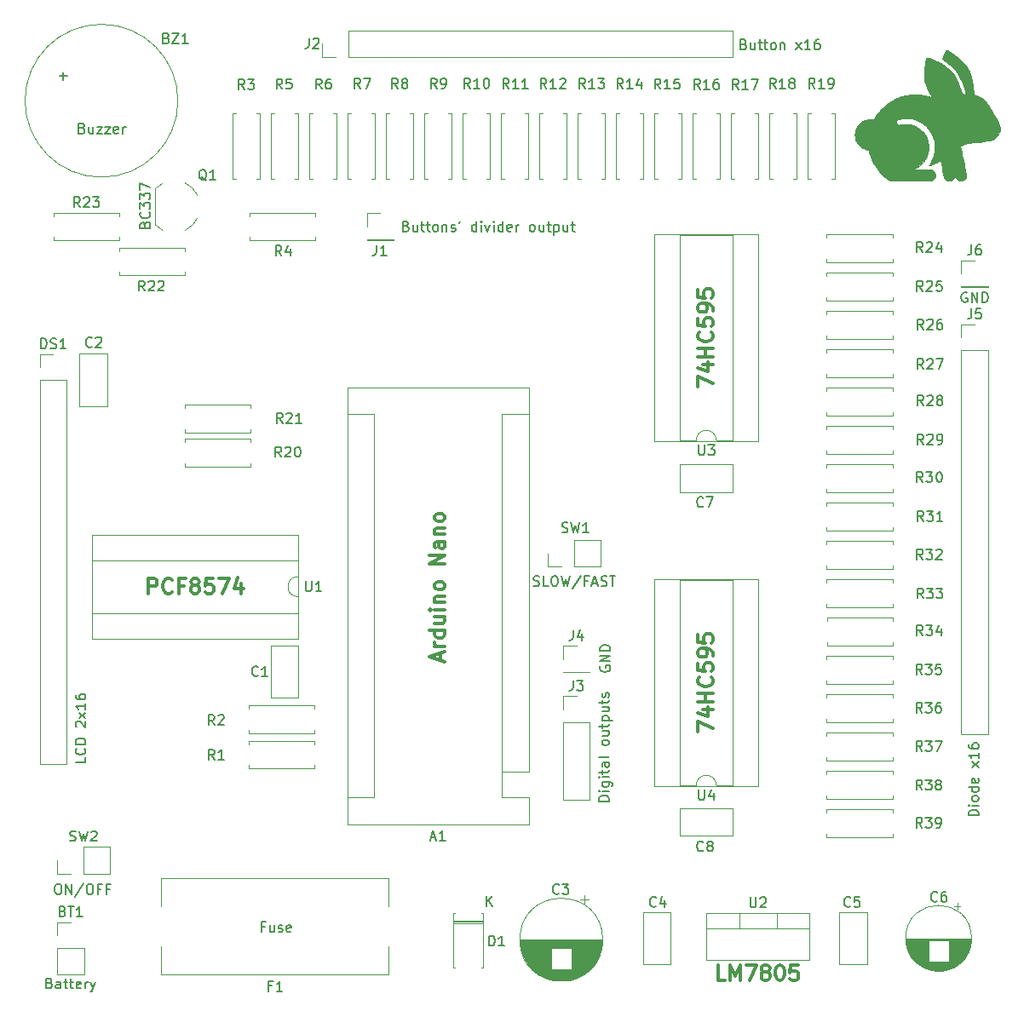
<source format=gbr>
G04 #@! TF.GenerationSoftware,KiCad,Pcbnew,(5.1.4)-1*
G04 #@! TF.CreationDate,2019-10-30T21:39:05+01:00*
G04 #@! TF.ProjectId,Projekt,50726f6a-656b-4742-9e6b-696361645f70,v01*
G04 #@! TF.SameCoordinates,Original*
G04 #@! TF.FileFunction,Legend,Top*
G04 #@! TF.FilePolarity,Positive*
%FSLAX46Y46*%
G04 Gerber Fmt 4.6, Leading zero omitted, Abs format (unit mm)*
G04 Created by KiCad (PCBNEW (5.1.4)-1) date 2019-10-30 21:39:05*
%MOMM*%
%LPD*%
G04 APERTURE LIST*
%ADD10C,0.200000*%
%ADD11C,0.300000*%
%ADD12C,0.010000*%
%ADD13C,0.120000*%
%ADD14C,0.150000*%
%ADD15C,0.152400*%
G04 APERTURE END LIST*
D10*
X103630671Y-146715171D02*
X103773528Y-146762790D01*
X103821147Y-146810409D01*
X103868766Y-146905647D01*
X103868766Y-147048504D01*
X103821147Y-147143742D01*
X103773528Y-147191361D01*
X103678290Y-147238980D01*
X103297338Y-147238980D01*
X103297338Y-146238980D01*
X103630671Y-146238980D01*
X103725909Y-146286600D01*
X103773528Y-146334219D01*
X103821147Y-146429457D01*
X103821147Y-146524695D01*
X103773528Y-146619933D01*
X103725909Y-146667552D01*
X103630671Y-146715171D01*
X103297338Y-146715171D01*
X104725909Y-147238980D02*
X104725909Y-146715171D01*
X104678290Y-146619933D01*
X104583052Y-146572314D01*
X104392576Y-146572314D01*
X104297338Y-146619933D01*
X104725909Y-147191361D02*
X104630671Y-147238980D01*
X104392576Y-147238980D01*
X104297338Y-147191361D01*
X104249719Y-147096123D01*
X104249719Y-147000885D01*
X104297338Y-146905647D01*
X104392576Y-146858028D01*
X104630671Y-146858028D01*
X104725909Y-146810409D01*
X105059242Y-146572314D02*
X105440195Y-146572314D01*
X105202100Y-146238980D02*
X105202100Y-147096123D01*
X105249719Y-147191361D01*
X105344957Y-147238980D01*
X105440195Y-147238980D01*
X105630671Y-146572314D02*
X106011623Y-146572314D01*
X105773528Y-146238980D02*
X105773528Y-147096123D01*
X105821147Y-147191361D01*
X105916385Y-147238980D01*
X106011623Y-147238980D01*
X106725909Y-147191361D02*
X106630671Y-147238980D01*
X106440195Y-147238980D01*
X106344957Y-147191361D01*
X106297338Y-147096123D01*
X106297338Y-146715171D01*
X106344957Y-146619933D01*
X106440195Y-146572314D01*
X106630671Y-146572314D01*
X106725909Y-146619933D01*
X106773528Y-146715171D01*
X106773528Y-146810409D01*
X106297338Y-146905647D01*
X107202100Y-147238980D02*
X107202100Y-146572314D01*
X107202100Y-146762790D02*
X107249719Y-146667552D01*
X107297338Y-146619933D01*
X107392576Y-146572314D01*
X107487814Y-146572314D01*
X107725909Y-146572314D02*
X107964004Y-147238980D01*
X108202100Y-146572314D02*
X107964004Y-147238980D01*
X107868766Y-147477076D01*
X107821147Y-147524695D01*
X107725909Y-147572314D01*
X113110971Y-71313442D02*
X113158590Y-71170585D01*
X113206209Y-71122966D01*
X113301447Y-71075347D01*
X113444304Y-71075347D01*
X113539542Y-71122966D01*
X113587161Y-71170585D01*
X113634780Y-71265823D01*
X113634780Y-71646776D01*
X112634780Y-71646776D01*
X112634780Y-71313442D01*
X112682400Y-71218204D01*
X112730019Y-71170585D01*
X112825257Y-71122966D01*
X112920495Y-71122966D01*
X113015733Y-71170585D01*
X113063352Y-71218204D01*
X113110971Y-71313442D01*
X113110971Y-71646776D01*
X113539542Y-70075347D02*
X113587161Y-70122966D01*
X113634780Y-70265823D01*
X113634780Y-70361061D01*
X113587161Y-70503919D01*
X113491923Y-70599157D01*
X113396685Y-70646776D01*
X113206209Y-70694395D01*
X113063352Y-70694395D01*
X112872876Y-70646776D01*
X112777638Y-70599157D01*
X112682400Y-70503919D01*
X112634780Y-70361061D01*
X112634780Y-70265823D01*
X112682400Y-70122966D01*
X112730019Y-70075347D01*
X112634780Y-69742014D02*
X112634780Y-69122966D01*
X113015733Y-69456300D01*
X113015733Y-69313442D01*
X113063352Y-69218204D01*
X113110971Y-69170585D01*
X113206209Y-69122966D01*
X113444304Y-69122966D01*
X113539542Y-69170585D01*
X113587161Y-69218204D01*
X113634780Y-69313442D01*
X113634780Y-69599157D01*
X113587161Y-69694395D01*
X113539542Y-69742014D01*
X112634780Y-68789633D02*
X112634780Y-68170585D01*
X113015733Y-68503919D01*
X113015733Y-68361061D01*
X113063352Y-68265823D01*
X113110971Y-68218204D01*
X113206209Y-68170585D01*
X113444304Y-68170585D01*
X113539542Y-68218204D01*
X113587161Y-68265823D01*
X113634780Y-68361061D01*
X113634780Y-68646776D01*
X113587161Y-68742014D01*
X113539542Y-68789633D01*
X112634780Y-67837252D02*
X112634780Y-67170585D01*
X113634780Y-67599157D01*
D11*
X170803500Y-146423771D02*
X170089214Y-146423771D01*
X170089214Y-144923771D01*
X171303500Y-146423771D02*
X171303500Y-144923771D01*
X171803500Y-145995200D01*
X172303500Y-144923771D01*
X172303500Y-146423771D01*
X172874928Y-144923771D02*
X173874928Y-144923771D01*
X173232071Y-146423771D01*
X174660642Y-145566628D02*
X174517785Y-145495200D01*
X174446357Y-145423771D01*
X174374928Y-145280914D01*
X174374928Y-145209485D01*
X174446357Y-145066628D01*
X174517785Y-144995200D01*
X174660642Y-144923771D01*
X174946357Y-144923771D01*
X175089214Y-144995200D01*
X175160642Y-145066628D01*
X175232071Y-145209485D01*
X175232071Y-145280914D01*
X175160642Y-145423771D01*
X175089214Y-145495200D01*
X174946357Y-145566628D01*
X174660642Y-145566628D01*
X174517785Y-145638057D01*
X174446357Y-145709485D01*
X174374928Y-145852342D01*
X174374928Y-146138057D01*
X174446357Y-146280914D01*
X174517785Y-146352342D01*
X174660642Y-146423771D01*
X174946357Y-146423771D01*
X175089214Y-146352342D01*
X175160642Y-146280914D01*
X175232071Y-146138057D01*
X175232071Y-145852342D01*
X175160642Y-145709485D01*
X175089214Y-145638057D01*
X174946357Y-145566628D01*
X176160642Y-144923771D02*
X176303500Y-144923771D01*
X176446357Y-144995200D01*
X176517785Y-145066628D01*
X176589214Y-145209485D01*
X176660642Y-145495200D01*
X176660642Y-145852342D01*
X176589214Y-146138057D01*
X176517785Y-146280914D01*
X176446357Y-146352342D01*
X176303500Y-146423771D01*
X176160642Y-146423771D01*
X176017785Y-146352342D01*
X175946357Y-146280914D01*
X175874928Y-146138057D01*
X175803500Y-145852342D01*
X175803500Y-145495200D01*
X175874928Y-145209485D01*
X175946357Y-145066628D01*
X176017785Y-144995200D01*
X176160642Y-144923771D01*
X178017785Y-144923771D02*
X177303500Y-144923771D01*
X177232071Y-145638057D01*
X177303500Y-145566628D01*
X177446357Y-145495200D01*
X177803500Y-145495200D01*
X177946357Y-145566628D01*
X178017785Y-145638057D01*
X178089214Y-145780914D01*
X178089214Y-146138057D01*
X178017785Y-146280914D01*
X177946357Y-146352342D01*
X177803500Y-146423771D01*
X177446357Y-146423771D01*
X177303500Y-146352342D01*
X177232071Y-146280914D01*
D10*
X125006242Y-141101771D02*
X124672909Y-141101771D01*
X124672909Y-141625580D02*
X124672909Y-140625580D01*
X125149100Y-140625580D01*
X125958623Y-140958914D02*
X125958623Y-141625580D01*
X125530052Y-140958914D02*
X125530052Y-141482723D01*
X125577671Y-141577961D01*
X125672909Y-141625580D01*
X125815766Y-141625580D01*
X125911004Y-141577961D01*
X125958623Y-141530342D01*
X126387195Y-141577961D02*
X126482433Y-141625580D01*
X126672909Y-141625580D01*
X126768147Y-141577961D01*
X126815766Y-141482723D01*
X126815766Y-141435104D01*
X126768147Y-141339866D01*
X126672909Y-141292247D01*
X126530052Y-141292247D01*
X126434814Y-141244628D01*
X126387195Y-141149390D01*
X126387195Y-141101771D01*
X126434814Y-141006533D01*
X126530052Y-140958914D01*
X126672909Y-140958914D01*
X126768147Y-141006533D01*
X127625290Y-141577961D02*
X127530052Y-141625580D01*
X127339576Y-141625580D01*
X127244338Y-141577961D01*
X127196719Y-141482723D01*
X127196719Y-141101771D01*
X127244338Y-141006533D01*
X127339576Y-140958914D01*
X127530052Y-140958914D01*
X127625290Y-141006533D01*
X127672909Y-141101771D01*
X127672909Y-141197009D01*
X127196719Y-141292247D01*
X106872328Y-61726771D02*
X107015185Y-61774390D01*
X107062804Y-61822009D01*
X107110423Y-61917247D01*
X107110423Y-62060104D01*
X107062804Y-62155342D01*
X107015185Y-62202961D01*
X106919947Y-62250580D01*
X106538995Y-62250580D01*
X106538995Y-61250580D01*
X106872328Y-61250580D01*
X106967566Y-61298200D01*
X107015185Y-61345819D01*
X107062804Y-61441057D01*
X107062804Y-61536295D01*
X107015185Y-61631533D01*
X106967566Y-61679152D01*
X106872328Y-61726771D01*
X106538995Y-61726771D01*
X107967566Y-61583914D02*
X107967566Y-62250580D01*
X107538995Y-61583914D02*
X107538995Y-62107723D01*
X107586614Y-62202961D01*
X107681852Y-62250580D01*
X107824709Y-62250580D01*
X107919947Y-62202961D01*
X107967566Y-62155342D01*
X108348519Y-61583914D02*
X108872328Y-61583914D01*
X108348519Y-62250580D01*
X108872328Y-62250580D01*
X109158042Y-61583914D02*
X109681852Y-61583914D01*
X109158042Y-62250580D01*
X109681852Y-62250580D01*
X110443757Y-62202961D02*
X110348519Y-62250580D01*
X110158042Y-62250580D01*
X110062804Y-62202961D01*
X110015185Y-62107723D01*
X110015185Y-61726771D01*
X110062804Y-61631533D01*
X110158042Y-61583914D01*
X110348519Y-61583914D01*
X110443757Y-61631533D01*
X110491376Y-61726771D01*
X110491376Y-61822009D01*
X110015185Y-61917247D01*
X110919947Y-62250580D02*
X110919947Y-61583914D01*
X110919947Y-61774390D02*
X110967566Y-61679152D01*
X111015185Y-61631533D01*
X111110423Y-61583914D01*
X111205661Y-61583914D01*
X139075542Y-71467671D02*
X139218400Y-71515290D01*
X139266019Y-71562909D01*
X139313638Y-71658147D01*
X139313638Y-71801004D01*
X139266019Y-71896242D01*
X139218400Y-71943861D01*
X139123161Y-71991480D01*
X138742209Y-71991480D01*
X138742209Y-70991480D01*
X139075542Y-70991480D01*
X139170780Y-71039100D01*
X139218400Y-71086719D01*
X139266019Y-71181957D01*
X139266019Y-71277195D01*
X139218400Y-71372433D01*
X139170780Y-71420052D01*
X139075542Y-71467671D01*
X138742209Y-71467671D01*
X140170780Y-71324814D02*
X140170780Y-71991480D01*
X139742209Y-71324814D02*
X139742209Y-71848623D01*
X139789828Y-71943861D01*
X139885066Y-71991480D01*
X140027923Y-71991480D01*
X140123161Y-71943861D01*
X140170780Y-71896242D01*
X140504114Y-71324814D02*
X140885066Y-71324814D01*
X140646971Y-70991480D02*
X140646971Y-71848623D01*
X140694590Y-71943861D01*
X140789828Y-71991480D01*
X140885066Y-71991480D01*
X141075542Y-71324814D02*
X141456495Y-71324814D01*
X141218400Y-70991480D02*
X141218400Y-71848623D01*
X141266019Y-71943861D01*
X141361257Y-71991480D01*
X141456495Y-71991480D01*
X141932685Y-71991480D02*
X141837447Y-71943861D01*
X141789828Y-71896242D01*
X141742209Y-71801004D01*
X141742209Y-71515290D01*
X141789828Y-71420052D01*
X141837447Y-71372433D01*
X141932685Y-71324814D01*
X142075542Y-71324814D01*
X142170780Y-71372433D01*
X142218400Y-71420052D01*
X142266019Y-71515290D01*
X142266019Y-71801004D01*
X142218400Y-71896242D01*
X142170780Y-71943861D01*
X142075542Y-71991480D01*
X141932685Y-71991480D01*
X142694590Y-71324814D02*
X142694590Y-71991480D01*
X142694590Y-71420052D02*
X142742209Y-71372433D01*
X142837447Y-71324814D01*
X142980304Y-71324814D01*
X143075542Y-71372433D01*
X143123161Y-71467671D01*
X143123161Y-71991480D01*
X143551733Y-71943861D02*
X143646971Y-71991480D01*
X143837447Y-71991480D01*
X143932685Y-71943861D01*
X143980304Y-71848623D01*
X143980304Y-71801004D01*
X143932685Y-71705766D01*
X143837447Y-71658147D01*
X143694590Y-71658147D01*
X143599352Y-71610528D01*
X143551733Y-71515290D01*
X143551733Y-71467671D01*
X143599352Y-71372433D01*
X143694590Y-71324814D01*
X143837447Y-71324814D01*
X143932685Y-71372433D01*
X144456495Y-70991480D02*
X144361257Y-71181957D01*
X146075542Y-71991480D02*
X146075542Y-70991480D01*
X146075542Y-71943861D02*
X145980304Y-71991480D01*
X145789828Y-71991480D01*
X145694590Y-71943861D01*
X145646971Y-71896242D01*
X145599352Y-71801004D01*
X145599352Y-71515290D01*
X145646971Y-71420052D01*
X145694590Y-71372433D01*
X145789828Y-71324814D01*
X145980304Y-71324814D01*
X146075542Y-71372433D01*
X146551733Y-71991480D02*
X146551733Y-71324814D01*
X146551733Y-70991480D02*
X146504114Y-71039100D01*
X146551733Y-71086719D01*
X146599352Y-71039100D01*
X146551733Y-70991480D01*
X146551733Y-71086719D01*
X146932685Y-71324814D02*
X147170780Y-71991480D01*
X147408876Y-71324814D01*
X147789828Y-71991480D02*
X147789828Y-71324814D01*
X147789828Y-70991480D02*
X147742209Y-71039100D01*
X147789828Y-71086719D01*
X147837447Y-71039100D01*
X147789828Y-70991480D01*
X147789828Y-71086719D01*
X148694590Y-71991480D02*
X148694590Y-70991480D01*
X148694590Y-71943861D02*
X148599352Y-71991480D01*
X148408876Y-71991480D01*
X148313638Y-71943861D01*
X148266019Y-71896242D01*
X148218400Y-71801004D01*
X148218400Y-71515290D01*
X148266019Y-71420052D01*
X148313638Y-71372433D01*
X148408876Y-71324814D01*
X148599352Y-71324814D01*
X148694590Y-71372433D01*
X149551733Y-71943861D02*
X149456495Y-71991480D01*
X149266019Y-71991480D01*
X149170780Y-71943861D01*
X149123161Y-71848623D01*
X149123161Y-71467671D01*
X149170780Y-71372433D01*
X149266019Y-71324814D01*
X149456495Y-71324814D01*
X149551733Y-71372433D01*
X149599352Y-71467671D01*
X149599352Y-71562909D01*
X149123161Y-71658147D01*
X150027923Y-71991480D02*
X150027923Y-71324814D01*
X150027923Y-71515290D02*
X150075542Y-71420052D01*
X150123161Y-71372433D01*
X150218400Y-71324814D01*
X150313638Y-71324814D01*
X151551733Y-71991480D02*
X151456495Y-71943861D01*
X151408876Y-71896242D01*
X151361257Y-71801004D01*
X151361257Y-71515290D01*
X151408876Y-71420052D01*
X151456495Y-71372433D01*
X151551733Y-71324814D01*
X151694590Y-71324814D01*
X151789828Y-71372433D01*
X151837447Y-71420052D01*
X151885066Y-71515290D01*
X151885066Y-71801004D01*
X151837447Y-71896242D01*
X151789828Y-71943861D01*
X151694590Y-71991480D01*
X151551733Y-71991480D01*
X152742209Y-71324814D02*
X152742209Y-71991480D01*
X152313638Y-71324814D02*
X152313638Y-71848623D01*
X152361257Y-71943861D01*
X152456495Y-71991480D01*
X152599352Y-71991480D01*
X152694590Y-71943861D01*
X152742209Y-71896242D01*
X153075542Y-71324814D02*
X153456495Y-71324814D01*
X153218400Y-70991480D02*
X153218400Y-71848623D01*
X153266019Y-71943861D01*
X153361257Y-71991480D01*
X153456495Y-71991480D01*
X153789828Y-71324814D02*
X153789828Y-72324814D01*
X153789828Y-71372433D02*
X153885066Y-71324814D01*
X154075542Y-71324814D01*
X154170780Y-71372433D01*
X154218400Y-71420052D01*
X154266019Y-71515290D01*
X154266019Y-71801004D01*
X154218400Y-71896242D01*
X154170780Y-71943861D01*
X154075542Y-71991480D01*
X153885066Y-71991480D01*
X153789828Y-71943861D01*
X155123161Y-71324814D02*
X155123161Y-71991480D01*
X154694590Y-71324814D02*
X154694590Y-71848623D01*
X154742209Y-71943861D01*
X154837447Y-71991480D01*
X154980304Y-71991480D01*
X155075542Y-71943861D01*
X155123161Y-71896242D01*
X155456495Y-71324814D02*
X155837447Y-71324814D01*
X155599352Y-70991480D02*
X155599352Y-71848623D01*
X155646971Y-71943861D01*
X155742209Y-71991480D01*
X155837447Y-71991480D01*
X107221280Y-124291361D02*
X107221280Y-124767552D01*
X106221280Y-124767552D01*
X107126042Y-123386600D02*
X107173661Y-123434219D01*
X107221280Y-123577076D01*
X107221280Y-123672314D01*
X107173661Y-123815171D01*
X107078423Y-123910409D01*
X106983185Y-123958028D01*
X106792709Y-124005647D01*
X106649852Y-124005647D01*
X106459376Y-123958028D01*
X106364138Y-123910409D01*
X106268900Y-123815171D01*
X106221280Y-123672314D01*
X106221280Y-123577076D01*
X106268900Y-123434219D01*
X106316519Y-123386600D01*
X107221280Y-122958028D02*
X106221280Y-122958028D01*
X106221280Y-122719933D01*
X106268900Y-122577076D01*
X106364138Y-122481838D01*
X106459376Y-122434219D01*
X106649852Y-122386600D01*
X106792709Y-122386600D01*
X106983185Y-122434219D01*
X107078423Y-122481838D01*
X107173661Y-122577076D01*
X107221280Y-122719933D01*
X107221280Y-122958028D01*
X106316519Y-121243742D02*
X106268900Y-121196123D01*
X106221280Y-121100885D01*
X106221280Y-120862790D01*
X106268900Y-120767552D01*
X106316519Y-120719933D01*
X106411757Y-120672314D01*
X106506995Y-120672314D01*
X106649852Y-120719933D01*
X107221280Y-121291361D01*
X107221280Y-120672314D01*
X107221280Y-120338980D02*
X106554614Y-119815171D01*
X106554614Y-120338980D02*
X107221280Y-119815171D01*
X107221280Y-118910409D02*
X107221280Y-119481838D01*
X107221280Y-119196123D02*
X106221280Y-119196123D01*
X106364138Y-119291361D01*
X106459376Y-119386600D01*
X106506995Y-119481838D01*
X106221280Y-118053266D02*
X106221280Y-118243742D01*
X106268900Y-118338980D01*
X106316519Y-118386600D01*
X106459376Y-118481838D01*
X106649852Y-118529457D01*
X107030804Y-118529457D01*
X107126042Y-118481838D01*
X107173661Y-118434219D01*
X107221280Y-118338980D01*
X107221280Y-118148504D01*
X107173661Y-118053266D01*
X107126042Y-118005647D01*
X107030804Y-117958028D01*
X106792709Y-117958028D01*
X106697471Y-118005647D01*
X106649852Y-118053266D01*
X106602233Y-118148504D01*
X106602233Y-118338980D01*
X106649852Y-118434219D01*
X106697471Y-118481838D01*
X106792709Y-118529457D01*
X158402400Y-115201604D02*
X158354780Y-115296842D01*
X158354780Y-115439700D01*
X158402400Y-115582557D01*
X158497638Y-115677795D01*
X158592876Y-115725414D01*
X158783352Y-115773033D01*
X158926209Y-115773033D01*
X159116685Y-115725414D01*
X159211923Y-115677795D01*
X159307161Y-115582557D01*
X159354780Y-115439700D01*
X159354780Y-115344461D01*
X159307161Y-115201604D01*
X159259542Y-115153985D01*
X158926209Y-115153985D01*
X158926209Y-115344461D01*
X159354780Y-114725414D02*
X158354780Y-114725414D01*
X159354780Y-114153985D01*
X158354780Y-114153985D01*
X159354780Y-113677795D02*
X158354780Y-113677795D01*
X158354780Y-113439700D01*
X158402400Y-113296842D01*
X158497638Y-113201604D01*
X158592876Y-113153985D01*
X158783352Y-113106366D01*
X158926209Y-113106366D01*
X159116685Y-113153985D01*
X159211923Y-113201604D01*
X159307161Y-113296842D01*
X159354780Y-113439700D01*
X159354780Y-113677795D01*
X194818095Y-78087600D02*
X194722857Y-78039980D01*
X194580000Y-78039980D01*
X194437142Y-78087600D01*
X194341904Y-78182838D01*
X194294285Y-78278076D01*
X194246666Y-78468552D01*
X194246666Y-78611409D01*
X194294285Y-78801885D01*
X194341904Y-78897123D01*
X194437142Y-78992361D01*
X194580000Y-79039980D01*
X194675238Y-79039980D01*
X194818095Y-78992361D01*
X194865714Y-78944742D01*
X194865714Y-78611409D01*
X194675238Y-78611409D01*
X195294285Y-79039980D02*
X195294285Y-78039980D01*
X195865714Y-79039980D01*
X195865714Y-78039980D01*
X196341904Y-79039980D02*
X196341904Y-78039980D01*
X196580000Y-78039980D01*
X196722857Y-78087600D01*
X196818095Y-78182838D01*
X196865714Y-78278076D01*
X196913333Y-78468552D01*
X196913333Y-78611409D01*
X196865714Y-78801885D01*
X196818095Y-78897123D01*
X196722857Y-78992361D01*
X196580000Y-79039980D01*
X196341904Y-79039980D01*
X172642661Y-53395571D02*
X172785519Y-53443190D01*
X172833138Y-53490809D01*
X172880757Y-53586047D01*
X172880757Y-53728904D01*
X172833138Y-53824142D01*
X172785519Y-53871761D01*
X172690280Y-53919380D01*
X172309328Y-53919380D01*
X172309328Y-52919380D01*
X172642661Y-52919380D01*
X172737900Y-52967000D01*
X172785519Y-53014619D01*
X172833138Y-53109857D01*
X172833138Y-53205095D01*
X172785519Y-53300333D01*
X172737900Y-53347952D01*
X172642661Y-53395571D01*
X172309328Y-53395571D01*
X173737900Y-53252714D02*
X173737900Y-53919380D01*
X173309328Y-53252714D02*
X173309328Y-53776523D01*
X173356947Y-53871761D01*
X173452185Y-53919380D01*
X173595042Y-53919380D01*
X173690280Y-53871761D01*
X173737900Y-53824142D01*
X174071233Y-53252714D02*
X174452185Y-53252714D01*
X174214090Y-52919380D02*
X174214090Y-53776523D01*
X174261709Y-53871761D01*
X174356947Y-53919380D01*
X174452185Y-53919380D01*
X174642661Y-53252714D02*
X175023614Y-53252714D01*
X174785519Y-52919380D02*
X174785519Y-53776523D01*
X174833138Y-53871761D01*
X174928376Y-53919380D01*
X175023614Y-53919380D01*
X175499804Y-53919380D02*
X175404566Y-53871761D01*
X175356947Y-53824142D01*
X175309328Y-53728904D01*
X175309328Y-53443190D01*
X175356947Y-53347952D01*
X175404566Y-53300333D01*
X175499804Y-53252714D01*
X175642661Y-53252714D01*
X175737900Y-53300333D01*
X175785519Y-53347952D01*
X175833138Y-53443190D01*
X175833138Y-53728904D01*
X175785519Y-53824142D01*
X175737900Y-53871761D01*
X175642661Y-53919380D01*
X175499804Y-53919380D01*
X176261709Y-53252714D02*
X176261709Y-53919380D01*
X176261709Y-53347952D02*
X176309328Y-53300333D01*
X176404566Y-53252714D01*
X176547423Y-53252714D01*
X176642661Y-53300333D01*
X176690280Y-53395571D01*
X176690280Y-53919380D01*
X177833138Y-53919380D02*
X178356947Y-53252714D01*
X177833138Y-53252714D02*
X178356947Y-53919380D01*
X179261709Y-53919380D02*
X178690280Y-53919380D01*
X178975995Y-53919380D02*
X178975995Y-52919380D01*
X178880757Y-53062238D01*
X178785519Y-53157476D01*
X178690280Y-53205095D01*
X180118852Y-52919380D02*
X179928376Y-52919380D01*
X179833138Y-52967000D01*
X179785519Y-53014619D01*
X179690280Y-53157476D01*
X179642661Y-53347952D01*
X179642661Y-53728904D01*
X179690280Y-53824142D01*
X179737900Y-53871761D01*
X179833138Y-53919380D01*
X180023614Y-53919380D01*
X180118852Y-53871761D01*
X180166471Y-53824142D01*
X180214090Y-53728904D01*
X180214090Y-53490809D01*
X180166471Y-53395571D01*
X180118852Y-53347952D01*
X180023614Y-53300333D01*
X179833138Y-53300333D01*
X179737900Y-53347952D01*
X179690280Y-53395571D01*
X179642661Y-53490809D01*
X159227780Y-128623342D02*
X158227780Y-128623342D01*
X158227780Y-128385247D01*
X158275400Y-128242390D01*
X158370638Y-128147152D01*
X158465876Y-128099533D01*
X158656352Y-128051914D01*
X158799209Y-128051914D01*
X158989685Y-128099533D01*
X159084923Y-128147152D01*
X159180161Y-128242390D01*
X159227780Y-128385247D01*
X159227780Y-128623342D01*
X159227780Y-127623342D02*
X158561114Y-127623342D01*
X158227780Y-127623342D02*
X158275400Y-127670961D01*
X158323019Y-127623342D01*
X158275400Y-127575723D01*
X158227780Y-127623342D01*
X158323019Y-127623342D01*
X158561114Y-126718580D02*
X159370638Y-126718580D01*
X159465876Y-126766200D01*
X159513495Y-126813819D01*
X159561114Y-126909057D01*
X159561114Y-127051914D01*
X159513495Y-127147152D01*
X159180161Y-126718580D02*
X159227780Y-126813819D01*
X159227780Y-127004295D01*
X159180161Y-127099533D01*
X159132542Y-127147152D01*
X159037304Y-127194771D01*
X158751590Y-127194771D01*
X158656352Y-127147152D01*
X158608733Y-127099533D01*
X158561114Y-127004295D01*
X158561114Y-126813819D01*
X158608733Y-126718580D01*
X159227780Y-126242390D02*
X158561114Y-126242390D01*
X158227780Y-126242390D02*
X158275400Y-126290009D01*
X158323019Y-126242390D01*
X158275400Y-126194771D01*
X158227780Y-126242390D01*
X158323019Y-126242390D01*
X158561114Y-125909057D02*
X158561114Y-125528104D01*
X158227780Y-125766200D02*
X159084923Y-125766200D01*
X159180161Y-125718580D01*
X159227780Y-125623342D01*
X159227780Y-125528104D01*
X159227780Y-124766200D02*
X158703971Y-124766200D01*
X158608733Y-124813819D01*
X158561114Y-124909057D01*
X158561114Y-125099533D01*
X158608733Y-125194771D01*
X159180161Y-124766200D02*
X159227780Y-124861438D01*
X159227780Y-125099533D01*
X159180161Y-125194771D01*
X159084923Y-125242390D01*
X158989685Y-125242390D01*
X158894447Y-125194771D01*
X158846828Y-125099533D01*
X158846828Y-124861438D01*
X158799209Y-124766200D01*
X159227780Y-124147152D02*
X159180161Y-124242390D01*
X159084923Y-124290009D01*
X158227780Y-124290009D01*
X159227780Y-122861438D02*
X159180161Y-122956676D01*
X159132542Y-123004295D01*
X159037304Y-123051914D01*
X158751590Y-123051914D01*
X158656352Y-123004295D01*
X158608733Y-122956676D01*
X158561114Y-122861438D01*
X158561114Y-122718580D01*
X158608733Y-122623342D01*
X158656352Y-122575723D01*
X158751590Y-122528104D01*
X159037304Y-122528104D01*
X159132542Y-122575723D01*
X159180161Y-122623342D01*
X159227780Y-122718580D01*
X159227780Y-122861438D01*
X158561114Y-121670961D02*
X159227780Y-121670961D01*
X158561114Y-122099533D02*
X159084923Y-122099533D01*
X159180161Y-122051914D01*
X159227780Y-121956676D01*
X159227780Y-121813819D01*
X159180161Y-121718580D01*
X159132542Y-121670961D01*
X158561114Y-121337628D02*
X158561114Y-120956676D01*
X158227780Y-121194771D02*
X159084923Y-121194771D01*
X159180161Y-121147152D01*
X159227780Y-121051914D01*
X159227780Y-120956676D01*
X158561114Y-120623342D02*
X159561114Y-120623342D01*
X158608733Y-120623342D02*
X158561114Y-120528104D01*
X158561114Y-120337628D01*
X158608733Y-120242390D01*
X158656352Y-120194771D01*
X158751590Y-120147152D01*
X159037304Y-120147152D01*
X159132542Y-120194771D01*
X159180161Y-120242390D01*
X159227780Y-120337628D01*
X159227780Y-120528104D01*
X159180161Y-120623342D01*
X158561114Y-119290009D02*
X159227780Y-119290009D01*
X158561114Y-119718580D02*
X159084923Y-119718580D01*
X159180161Y-119670961D01*
X159227780Y-119575723D01*
X159227780Y-119432866D01*
X159180161Y-119337628D01*
X159132542Y-119290009D01*
X158561114Y-118956676D02*
X158561114Y-118575723D01*
X158227780Y-118813819D02*
X159084923Y-118813819D01*
X159180161Y-118766200D01*
X159227780Y-118670961D01*
X159227780Y-118575723D01*
X159180161Y-118290009D02*
X159227780Y-118194771D01*
X159227780Y-118004295D01*
X159180161Y-117909057D01*
X159084923Y-117861438D01*
X159037304Y-117861438D01*
X158942066Y-117909057D01*
X158894447Y-118004295D01*
X158894447Y-118147152D01*
X158846828Y-118242390D01*
X158751590Y-118290009D01*
X158703971Y-118290009D01*
X158608733Y-118242390D01*
X158561114Y-118147152D01*
X158561114Y-118004295D01*
X158608733Y-117909057D01*
X195968880Y-130050728D02*
X194968880Y-130050728D01*
X194968880Y-129812633D01*
X195016500Y-129669776D01*
X195111738Y-129574538D01*
X195206976Y-129526919D01*
X195397452Y-129479300D01*
X195540309Y-129479300D01*
X195730785Y-129526919D01*
X195826023Y-129574538D01*
X195921261Y-129669776D01*
X195968880Y-129812633D01*
X195968880Y-130050728D01*
X195968880Y-129050728D02*
X195302214Y-129050728D01*
X194968880Y-129050728D02*
X195016500Y-129098347D01*
X195064119Y-129050728D01*
X195016500Y-129003109D01*
X194968880Y-129050728D01*
X195064119Y-129050728D01*
X195968880Y-128431680D02*
X195921261Y-128526919D01*
X195873642Y-128574538D01*
X195778404Y-128622157D01*
X195492690Y-128622157D01*
X195397452Y-128574538D01*
X195349833Y-128526919D01*
X195302214Y-128431680D01*
X195302214Y-128288823D01*
X195349833Y-128193585D01*
X195397452Y-128145966D01*
X195492690Y-128098347D01*
X195778404Y-128098347D01*
X195873642Y-128145966D01*
X195921261Y-128193585D01*
X195968880Y-128288823D01*
X195968880Y-128431680D01*
X195968880Y-127241204D02*
X194968880Y-127241204D01*
X195921261Y-127241204D02*
X195968880Y-127336442D01*
X195968880Y-127526919D01*
X195921261Y-127622157D01*
X195873642Y-127669776D01*
X195778404Y-127717395D01*
X195492690Y-127717395D01*
X195397452Y-127669776D01*
X195349833Y-127622157D01*
X195302214Y-127526919D01*
X195302214Y-127336442D01*
X195349833Y-127241204D01*
X195921261Y-126384061D02*
X195968880Y-126479300D01*
X195968880Y-126669776D01*
X195921261Y-126765014D01*
X195826023Y-126812633D01*
X195445071Y-126812633D01*
X195349833Y-126765014D01*
X195302214Y-126669776D01*
X195302214Y-126479300D01*
X195349833Y-126384061D01*
X195445071Y-126336442D01*
X195540309Y-126336442D01*
X195635547Y-126812633D01*
X195968880Y-125241204D02*
X195302214Y-124717395D01*
X195302214Y-125241204D02*
X195968880Y-124717395D01*
X195968880Y-123812633D02*
X195968880Y-124384061D01*
X195968880Y-124098347D02*
X194968880Y-124098347D01*
X195111738Y-124193585D01*
X195206976Y-124288823D01*
X195254595Y-124384061D01*
X194968880Y-122955490D02*
X194968880Y-123145966D01*
X195016500Y-123241204D01*
X195064119Y-123288823D01*
X195206976Y-123384061D01*
X195397452Y-123431680D01*
X195778404Y-123431680D01*
X195873642Y-123384061D01*
X195921261Y-123336442D01*
X195968880Y-123241204D01*
X195968880Y-123050728D01*
X195921261Y-122955490D01*
X195873642Y-122907871D01*
X195778404Y-122860252D01*
X195540309Y-122860252D01*
X195445071Y-122907871D01*
X195397452Y-122955490D01*
X195349833Y-123050728D01*
X195349833Y-123241204D01*
X195397452Y-123336442D01*
X195445071Y-123384061D01*
X195540309Y-123431680D01*
X151741690Y-107199061D02*
X151884547Y-107246680D01*
X152122642Y-107246680D01*
X152217880Y-107199061D01*
X152265500Y-107151442D01*
X152313119Y-107056204D01*
X152313119Y-106960966D01*
X152265500Y-106865728D01*
X152217880Y-106818109D01*
X152122642Y-106770490D01*
X151932166Y-106722871D01*
X151836928Y-106675252D01*
X151789309Y-106627633D01*
X151741690Y-106532395D01*
X151741690Y-106437157D01*
X151789309Y-106341919D01*
X151836928Y-106294300D01*
X151932166Y-106246680D01*
X152170261Y-106246680D01*
X152313119Y-106294300D01*
X153217880Y-107246680D02*
X152741690Y-107246680D01*
X152741690Y-106246680D01*
X153741690Y-106246680D02*
X153932166Y-106246680D01*
X154027404Y-106294300D01*
X154122642Y-106389538D01*
X154170261Y-106580014D01*
X154170261Y-106913347D01*
X154122642Y-107103823D01*
X154027404Y-107199061D01*
X153932166Y-107246680D01*
X153741690Y-107246680D01*
X153646452Y-107199061D01*
X153551214Y-107103823D01*
X153503595Y-106913347D01*
X153503595Y-106580014D01*
X153551214Y-106389538D01*
X153646452Y-106294300D01*
X153741690Y-106246680D01*
X154503595Y-106246680D02*
X154741690Y-107246680D01*
X154932166Y-106532395D01*
X155122642Y-107246680D01*
X155360738Y-106246680D01*
X156455976Y-106199061D02*
X155598833Y-107484776D01*
X157122642Y-106722871D02*
X156789309Y-106722871D01*
X156789309Y-107246680D02*
X156789309Y-106246680D01*
X157265500Y-106246680D01*
X157598833Y-106960966D02*
X158075023Y-106960966D01*
X157503595Y-107246680D02*
X157836928Y-106246680D01*
X158170261Y-107246680D01*
X158455976Y-107199061D02*
X158598833Y-107246680D01*
X158836928Y-107246680D01*
X158932166Y-107199061D01*
X158979785Y-107151442D01*
X159027404Y-107056204D01*
X159027404Y-106960966D01*
X158979785Y-106865728D01*
X158932166Y-106818109D01*
X158836928Y-106770490D01*
X158646452Y-106722871D01*
X158551214Y-106675252D01*
X158503595Y-106627633D01*
X158455976Y-106532395D01*
X158455976Y-106437157D01*
X158503595Y-106341919D01*
X158551214Y-106294300D01*
X158646452Y-106246680D01*
X158884547Y-106246680D01*
X159027404Y-106294300D01*
X159313119Y-106246680D02*
X159884547Y-106246680D01*
X159598833Y-107246680D02*
X159598833Y-106246680D01*
X104410190Y-136866380D02*
X104600666Y-136866380D01*
X104695904Y-136914000D01*
X104791142Y-137009238D01*
X104838761Y-137199714D01*
X104838761Y-137533047D01*
X104791142Y-137723523D01*
X104695904Y-137818761D01*
X104600666Y-137866380D01*
X104410190Y-137866380D01*
X104314952Y-137818761D01*
X104219714Y-137723523D01*
X104172095Y-137533047D01*
X104172095Y-137199714D01*
X104219714Y-137009238D01*
X104314952Y-136914000D01*
X104410190Y-136866380D01*
X105267333Y-137866380D02*
X105267333Y-136866380D01*
X105838761Y-137866380D01*
X105838761Y-136866380D01*
X107029238Y-136818761D02*
X106172095Y-138104476D01*
X107553047Y-136866380D02*
X107743523Y-136866380D01*
X107838761Y-136914000D01*
X107934000Y-137009238D01*
X107981619Y-137199714D01*
X107981619Y-137533047D01*
X107934000Y-137723523D01*
X107838761Y-137818761D01*
X107743523Y-137866380D01*
X107553047Y-137866380D01*
X107457809Y-137818761D01*
X107362571Y-137723523D01*
X107314952Y-137533047D01*
X107314952Y-137199714D01*
X107362571Y-137009238D01*
X107457809Y-136914000D01*
X107553047Y-136866380D01*
X108743523Y-137342571D02*
X108410190Y-137342571D01*
X108410190Y-137866380D02*
X108410190Y-136866380D01*
X108886380Y-136866380D01*
X109600666Y-137342571D02*
X109267333Y-137342571D01*
X109267333Y-137866380D02*
X109267333Y-136866380D01*
X109743523Y-136866380D01*
D11*
X168088571Y-121732857D02*
X168088571Y-120732857D01*
X169588571Y-121375714D01*
X168588571Y-119518571D02*
X169588571Y-119518571D01*
X168017142Y-119875714D02*
X169088571Y-120232857D01*
X169088571Y-119304285D01*
X169588571Y-118732857D02*
X168088571Y-118732857D01*
X168802857Y-118732857D02*
X168802857Y-117875714D01*
X169588571Y-117875714D02*
X168088571Y-117875714D01*
X169445714Y-116304285D02*
X169517142Y-116375714D01*
X169588571Y-116590000D01*
X169588571Y-116732857D01*
X169517142Y-116947142D01*
X169374285Y-117090000D01*
X169231428Y-117161428D01*
X168945714Y-117232857D01*
X168731428Y-117232857D01*
X168445714Y-117161428D01*
X168302857Y-117090000D01*
X168160000Y-116947142D01*
X168088571Y-116732857D01*
X168088571Y-116590000D01*
X168160000Y-116375714D01*
X168231428Y-116304285D01*
X168088571Y-114947142D02*
X168088571Y-115661428D01*
X168802857Y-115732857D01*
X168731428Y-115661428D01*
X168660000Y-115518571D01*
X168660000Y-115161428D01*
X168731428Y-115018571D01*
X168802857Y-114947142D01*
X168945714Y-114875714D01*
X169302857Y-114875714D01*
X169445714Y-114947142D01*
X169517142Y-115018571D01*
X169588571Y-115161428D01*
X169588571Y-115518571D01*
X169517142Y-115661428D01*
X169445714Y-115732857D01*
X169588571Y-114161428D02*
X169588571Y-113875714D01*
X169517142Y-113732857D01*
X169445714Y-113661428D01*
X169231428Y-113518571D01*
X168945714Y-113447142D01*
X168374285Y-113447142D01*
X168231428Y-113518571D01*
X168160000Y-113590000D01*
X168088571Y-113732857D01*
X168088571Y-114018571D01*
X168160000Y-114161428D01*
X168231428Y-114232857D01*
X168374285Y-114304285D01*
X168731428Y-114304285D01*
X168874285Y-114232857D01*
X168945714Y-114161428D01*
X169017142Y-114018571D01*
X169017142Y-113732857D01*
X168945714Y-113590000D01*
X168874285Y-113518571D01*
X168731428Y-113447142D01*
X168088571Y-112090000D02*
X168088571Y-112804285D01*
X168802857Y-112875714D01*
X168731428Y-112804285D01*
X168660000Y-112661428D01*
X168660000Y-112304285D01*
X168731428Y-112161428D01*
X168802857Y-112090000D01*
X168945714Y-112018571D01*
X169302857Y-112018571D01*
X169445714Y-112090000D01*
X169517142Y-112161428D01*
X169588571Y-112304285D01*
X169588571Y-112661428D01*
X169517142Y-112804285D01*
X169445714Y-112875714D01*
X168088571Y-87442857D02*
X168088571Y-86442857D01*
X169588571Y-87085714D01*
X168588571Y-85228571D02*
X169588571Y-85228571D01*
X168017142Y-85585714D02*
X169088571Y-85942857D01*
X169088571Y-85014285D01*
X169588571Y-84442857D02*
X168088571Y-84442857D01*
X168802857Y-84442857D02*
X168802857Y-83585714D01*
X169588571Y-83585714D02*
X168088571Y-83585714D01*
X169445714Y-82014285D02*
X169517142Y-82085714D01*
X169588571Y-82300000D01*
X169588571Y-82442857D01*
X169517142Y-82657142D01*
X169374285Y-82800000D01*
X169231428Y-82871428D01*
X168945714Y-82942857D01*
X168731428Y-82942857D01*
X168445714Y-82871428D01*
X168302857Y-82800000D01*
X168160000Y-82657142D01*
X168088571Y-82442857D01*
X168088571Y-82300000D01*
X168160000Y-82085714D01*
X168231428Y-82014285D01*
X168088571Y-80657142D02*
X168088571Y-81371428D01*
X168802857Y-81442857D01*
X168731428Y-81371428D01*
X168660000Y-81228571D01*
X168660000Y-80871428D01*
X168731428Y-80728571D01*
X168802857Y-80657142D01*
X168945714Y-80585714D01*
X169302857Y-80585714D01*
X169445714Y-80657142D01*
X169517142Y-80728571D01*
X169588571Y-80871428D01*
X169588571Y-81228571D01*
X169517142Y-81371428D01*
X169445714Y-81442857D01*
X169588571Y-79871428D02*
X169588571Y-79585714D01*
X169517142Y-79442857D01*
X169445714Y-79371428D01*
X169231428Y-79228571D01*
X168945714Y-79157142D01*
X168374285Y-79157142D01*
X168231428Y-79228571D01*
X168160000Y-79300000D01*
X168088571Y-79442857D01*
X168088571Y-79728571D01*
X168160000Y-79871428D01*
X168231428Y-79942857D01*
X168374285Y-80014285D01*
X168731428Y-80014285D01*
X168874285Y-79942857D01*
X168945714Y-79871428D01*
X169017142Y-79728571D01*
X169017142Y-79442857D01*
X168945714Y-79300000D01*
X168874285Y-79228571D01*
X168731428Y-79157142D01*
X168088571Y-77800000D02*
X168088571Y-78514285D01*
X168802857Y-78585714D01*
X168731428Y-78514285D01*
X168660000Y-78371428D01*
X168660000Y-78014285D01*
X168731428Y-77871428D01*
X168802857Y-77800000D01*
X168945714Y-77728571D01*
X169302857Y-77728571D01*
X169445714Y-77800000D01*
X169517142Y-77871428D01*
X169588571Y-78014285D01*
X169588571Y-78371428D01*
X169517142Y-78514285D01*
X169445714Y-78585714D01*
X142490000Y-114600714D02*
X142490000Y-113886428D01*
X142918571Y-114743571D02*
X141418571Y-114243571D01*
X142918571Y-113743571D01*
X142918571Y-113243571D02*
X141918571Y-113243571D01*
X142204285Y-113243571D02*
X142061428Y-113172142D01*
X141990000Y-113100714D01*
X141918571Y-112957857D01*
X141918571Y-112815000D01*
X142918571Y-111672142D02*
X141418571Y-111672142D01*
X142847142Y-111672142D02*
X142918571Y-111815000D01*
X142918571Y-112100714D01*
X142847142Y-112243571D01*
X142775714Y-112315000D01*
X142632857Y-112386428D01*
X142204285Y-112386428D01*
X142061428Y-112315000D01*
X141990000Y-112243571D01*
X141918571Y-112100714D01*
X141918571Y-111815000D01*
X141990000Y-111672142D01*
X141918571Y-110315000D02*
X142918571Y-110315000D01*
X141918571Y-110957857D02*
X142704285Y-110957857D01*
X142847142Y-110886428D01*
X142918571Y-110743571D01*
X142918571Y-110529285D01*
X142847142Y-110386428D01*
X142775714Y-110315000D01*
X142918571Y-109600714D02*
X141918571Y-109600714D01*
X141418571Y-109600714D02*
X141490000Y-109672142D01*
X141561428Y-109600714D01*
X141490000Y-109529285D01*
X141418571Y-109600714D01*
X141561428Y-109600714D01*
X141918571Y-108886428D02*
X142918571Y-108886428D01*
X142061428Y-108886428D02*
X141990000Y-108815000D01*
X141918571Y-108672142D01*
X141918571Y-108457857D01*
X141990000Y-108315000D01*
X142132857Y-108243571D01*
X142918571Y-108243571D01*
X142918571Y-107315000D02*
X142847142Y-107457857D01*
X142775714Y-107529285D01*
X142632857Y-107600714D01*
X142204285Y-107600714D01*
X142061428Y-107529285D01*
X141990000Y-107457857D01*
X141918571Y-107315000D01*
X141918571Y-107100714D01*
X141990000Y-106957857D01*
X142061428Y-106886428D01*
X142204285Y-106815000D01*
X142632857Y-106815000D01*
X142775714Y-106886428D01*
X142847142Y-106957857D01*
X142918571Y-107100714D01*
X142918571Y-107315000D01*
X142918571Y-105029285D02*
X141418571Y-105029285D01*
X142918571Y-104172142D01*
X141418571Y-104172142D01*
X142918571Y-102815000D02*
X142132857Y-102815000D01*
X141990000Y-102886428D01*
X141918571Y-103029285D01*
X141918571Y-103315000D01*
X141990000Y-103457857D01*
X142847142Y-102815000D02*
X142918571Y-102957857D01*
X142918571Y-103315000D01*
X142847142Y-103457857D01*
X142704285Y-103529285D01*
X142561428Y-103529285D01*
X142418571Y-103457857D01*
X142347142Y-103315000D01*
X142347142Y-102957857D01*
X142275714Y-102815000D01*
X141918571Y-102100714D02*
X142918571Y-102100714D01*
X142061428Y-102100714D02*
X141990000Y-102029285D01*
X141918571Y-101886428D01*
X141918571Y-101672142D01*
X141990000Y-101529285D01*
X142132857Y-101457857D01*
X142918571Y-101457857D01*
X142918571Y-100529285D02*
X142847142Y-100672142D01*
X142775714Y-100743571D01*
X142632857Y-100815000D01*
X142204285Y-100815000D01*
X142061428Y-100743571D01*
X141990000Y-100672142D01*
X141918571Y-100529285D01*
X141918571Y-100315000D01*
X141990000Y-100172142D01*
X142061428Y-100100714D01*
X142204285Y-100029285D01*
X142632857Y-100029285D01*
X142775714Y-100100714D01*
X142847142Y-100172142D01*
X142918571Y-100315000D01*
X142918571Y-100529285D01*
X113467142Y-107993571D02*
X113467142Y-106493571D01*
X114038571Y-106493571D01*
X114181428Y-106565000D01*
X114252857Y-106636428D01*
X114324285Y-106779285D01*
X114324285Y-106993571D01*
X114252857Y-107136428D01*
X114181428Y-107207857D01*
X114038571Y-107279285D01*
X113467142Y-107279285D01*
X115824285Y-107850714D02*
X115752857Y-107922142D01*
X115538571Y-107993571D01*
X115395714Y-107993571D01*
X115181428Y-107922142D01*
X115038571Y-107779285D01*
X114967142Y-107636428D01*
X114895714Y-107350714D01*
X114895714Y-107136428D01*
X114967142Y-106850714D01*
X115038571Y-106707857D01*
X115181428Y-106565000D01*
X115395714Y-106493571D01*
X115538571Y-106493571D01*
X115752857Y-106565000D01*
X115824285Y-106636428D01*
X116967142Y-107207857D02*
X116467142Y-107207857D01*
X116467142Y-107993571D02*
X116467142Y-106493571D01*
X117181428Y-106493571D01*
X117967142Y-107136428D02*
X117824285Y-107065000D01*
X117752857Y-106993571D01*
X117681428Y-106850714D01*
X117681428Y-106779285D01*
X117752857Y-106636428D01*
X117824285Y-106565000D01*
X117967142Y-106493571D01*
X118252857Y-106493571D01*
X118395714Y-106565000D01*
X118467142Y-106636428D01*
X118538571Y-106779285D01*
X118538571Y-106850714D01*
X118467142Y-106993571D01*
X118395714Y-107065000D01*
X118252857Y-107136428D01*
X117967142Y-107136428D01*
X117824285Y-107207857D01*
X117752857Y-107279285D01*
X117681428Y-107422142D01*
X117681428Y-107707857D01*
X117752857Y-107850714D01*
X117824285Y-107922142D01*
X117967142Y-107993571D01*
X118252857Y-107993571D01*
X118395714Y-107922142D01*
X118467142Y-107850714D01*
X118538571Y-107707857D01*
X118538571Y-107422142D01*
X118467142Y-107279285D01*
X118395714Y-107207857D01*
X118252857Y-107136428D01*
X119895714Y-106493571D02*
X119181428Y-106493571D01*
X119110000Y-107207857D01*
X119181428Y-107136428D01*
X119324285Y-107065000D01*
X119681428Y-107065000D01*
X119824285Y-107136428D01*
X119895714Y-107207857D01*
X119967142Y-107350714D01*
X119967142Y-107707857D01*
X119895714Y-107850714D01*
X119824285Y-107922142D01*
X119681428Y-107993571D01*
X119324285Y-107993571D01*
X119181428Y-107922142D01*
X119110000Y-107850714D01*
X120467142Y-106493571D02*
X121467142Y-106493571D01*
X120824285Y-107993571D01*
X122681428Y-106993571D02*
X122681428Y-107993571D01*
X122324285Y-106422142D02*
X121967142Y-107493571D01*
X122895714Y-107493571D01*
D12*
G36*
X192771230Y-53962366D02*
G01*
X192865034Y-54002235D01*
X192996691Y-54070880D01*
X193154481Y-54161624D01*
X193326682Y-54267791D01*
X193501573Y-54382705D01*
X193628934Y-54471678D01*
X194049864Y-54806222D01*
X194417364Y-55163551D01*
X194725249Y-55536683D01*
X194967333Y-55918635D01*
X195041829Y-56066875D01*
X195154464Y-56352690D01*
X195254664Y-56691737D01*
X195338283Y-57063332D01*
X195401174Y-57446793D01*
X195439191Y-57821436D01*
X195448909Y-58097326D01*
X195448909Y-58381852D01*
X195709379Y-58465604D01*
X196061346Y-58616125D01*
X196388249Y-58829001D01*
X196674596Y-59092829D01*
X196839786Y-59297704D01*
X196903832Y-59394323D01*
X196997603Y-59543500D01*
X197113956Y-59733195D01*
X197245752Y-59951365D01*
X197385850Y-60185972D01*
X197527109Y-60424973D01*
X197662387Y-60656329D01*
X197784545Y-60867997D01*
X197886440Y-61047939D01*
X197960933Y-61184111D01*
X197978358Y-61217533D01*
X198049358Y-61419601D01*
X198083106Y-61658183D01*
X198077792Y-61904404D01*
X198034817Y-62119407D01*
X197925944Y-62361062D01*
X197765929Y-62577193D01*
X197571113Y-62747128D01*
X197507596Y-62786418D01*
X197337589Y-62859871D01*
X197100807Y-62928845D01*
X196804787Y-62991940D01*
X196457068Y-63047752D01*
X196065189Y-63094881D01*
X195658161Y-63130384D01*
X195372431Y-63152672D01*
X195145644Y-63175215D01*
X194962423Y-63201157D01*
X194807389Y-63233640D01*
X194665164Y-63275809D01*
X194520370Y-63330806D01*
X194380238Y-63391581D01*
X194255819Y-63451227D01*
X194188102Y-63496484D01*
X194163963Y-63538589D01*
X194166499Y-63574580D01*
X194220129Y-63811488D01*
X194279188Y-64079983D01*
X194341738Y-64370541D01*
X194405844Y-64673642D01*
X194469568Y-64979764D01*
X194530974Y-65279384D01*
X194588126Y-65562982D01*
X194639088Y-65821035D01*
X194681923Y-66044022D01*
X194714694Y-66222421D01*
X194735466Y-66346710D01*
X194742321Y-66406017D01*
X194709147Y-66575778D01*
X194619793Y-66730693D01*
X194489513Y-66857477D01*
X194333559Y-66942839D01*
X194167184Y-66973494D01*
X194098420Y-66966963D01*
X193957659Y-66912028D01*
X193814893Y-66811118D01*
X193697547Y-66686567D01*
X193645621Y-66598240D01*
X193601036Y-66492205D01*
X193553480Y-66607017D01*
X193467875Y-66741451D01*
X193339994Y-66861403D01*
X193196459Y-66944479D01*
X193127824Y-66965064D01*
X192945783Y-66963971D01*
X192776164Y-66898914D01*
X192634620Y-66780233D01*
X192536806Y-66618273D01*
X192518188Y-66562279D01*
X192500433Y-66490027D01*
X192470024Y-66358155D01*
X192429904Y-66179765D01*
X192383013Y-65967963D01*
X192332295Y-65735851D01*
X192322581Y-65691057D01*
X192159821Y-64939543D01*
X192047191Y-65014944D01*
X191904528Y-65100488D01*
X191728062Y-65191899D01*
X191539642Y-65279297D01*
X191361119Y-65352803D01*
X191214341Y-65402535D01*
X191162892Y-65414821D01*
X191060716Y-65431449D01*
X190996929Y-65437495D01*
X190986245Y-65435321D01*
X191005927Y-65401164D01*
X191057610Y-65323032D01*
X191130253Y-65217602D01*
X191132773Y-65214003D01*
X191337563Y-64859882D01*
X191488211Y-64466516D01*
X191581800Y-64048587D01*
X191615413Y-63620774D01*
X191586136Y-63197758D01*
X191561233Y-63057131D01*
X191435435Y-62620324D01*
X191249247Y-62218393D01*
X191008891Y-61855696D01*
X190720592Y-61536587D01*
X190390574Y-61265422D01*
X190025062Y-61046557D01*
X189630279Y-60884348D01*
X189212450Y-60783149D01*
X188777798Y-60747318D01*
X188332548Y-60781208D01*
X188313362Y-60784279D01*
X188119845Y-60821110D01*
X187986582Y-60859925D01*
X187899492Y-60905238D01*
X187876393Y-60924326D01*
X187801501Y-61038272D01*
X187795609Y-61164637D01*
X187858434Y-61288781D01*
X187883933Y-61316845D01*
X187950172Y-61374488D01*
X188013556Y-61395980D01*
X188105662Y-61388745D01*
X188153552Y-61380235D01*
X188261402Y-61367451D01*
X188420748Y-61357717D01*
X188608732Y-61352099D01*
X188773507Y-61351352D01*
X188981044Y-61355345D01*
X189136231Y-61365422D01*
X189261032Y-61384658D01*
X189377413Y-61416127D01*
X189470484Y-61448891D01*
X189801070Y-61597329D01*
X190088183Y-61783665D01*
X190357187Y-62024726D01*
X190390623Y-62059356D01*
X190642163Y-62373573D01*
X190828564Y-62713254D01*
X190951218Y-63070603D01*
X191011513Y-63437827D01*
X191010839Y-63807130D01*
X190950586Y-64170719D01*
X190832144Y-64520799D01*
X190656903Y-64849576D01*
X190426252Y-65149255D01*
X190141582Y-65412041D01*
X189804282Y-65630141D01*
X189748816Y-65658729D01*
X189407812Y-65828954D01*
X190330866Y-65828954D01*
X190627696Y-65829641D01*
X190859705Y-65832069D01*
X191036439Y-65836787D01*
X191167445Y-65844343D01*
X191262271Y-65855285D01*
X191330463Y-65870164D01*
X191381137Y-65889322D01*
X191533249Y-65997945D01*
X191633738Y-66144703D01*
X191682673Y-66314247D01*
X191680118Y-66491228D01*
X191626141Y-66660299D01*
X191520808Y-66806110D01*
X191376735Y-66907428D01*
X191341198Y-66923456D01*
X191302092Y-66936998D01*
X191253205Y-66948258D01*
X191188326Y-66957441D01*
X191101246Y-66964754D01*
X190985752Y-66970402D01*
X190835636Y-66974590D01*
X190644685Y-66977525D01*
X190406689Y-66979411D01*
X190115438Y-66980454D01*
X189764721Y-66980860D01*
X189348327Y-66980835D01*
X189161546Y-66980749D01*
X187100008Y-66979690D01*
X186783902Y-66726651D01*
X186344140Y-66334322D01*
X185969543Y-65911927D01*
X185654621Y-65452645D01*
X185447304Y-65065299D01*
X185350920Y-64845560D01*
X185257221Y-64600444D01*
X185175117Y-64355696D01*
X185113515Y-64137060D01*
X185091627Y-64037407D01*
X185069371Y-63952296D01*
X185028891Y-63908184D01*
X184946416Y-63884984D01*
X184903052Y-63878060D01*
X184708372Y-63825324D01*
X184493972Y-63729759D01*
X184287036Y-63606258D01*
X184114749Y-63469715D01*
X184065523Y-63419203D01*
X183964831Y-63288741D01*
X183862030Y-63128385D01*
X183794302Y-63002599D01*
X183741404Y-62886078D01*
X183707619Y-62788025D01*
X183688715Y-62685317D01*
X183680463Y-62554835D01*
X183678632Y-62373456D01*
X183678631Y-62370388D01*
X183680778Y-62184388D01*
X183689698Y-62050198D01*
X183709115Y-61945313D01*
X183742750Y-61847230D01*
X183778440Y-61766951D01*
X183952969Y-61473821D01*
X184174100Y-61231509D01*
X184433771Y-61044839D01*
X184723916Y-60918635D01*
X185036474Y-60857722D01*
X185295854Y-60859113D01*
X185427393Y-60866983D01*
X185520002Y-60863981D01*
X185556611Y-60850706D01*
X185556669Y-60849974D01*
X185580130Y-60782089D01*
X185644787Y-60670348D01*
X185742051Y-60526157D01*
X185863334Y-60360918D01*
X186000045Y-60186035D01*
X186143598Y-60012911D01*
X186285401Y-59852952D01*
X186388814Y-59745111D01*
X186817885Y-59359363D01*
X187265145Y-59042390D01*
X187740010Y-58789110D01*
X188251894Y-58594441D01*
X188764817Y-58462493D01*
X189184637Y-58401753D01*
X189640539Y-58381384D01*
X190108292Y-58400224D01*
X190563666Y-58457111D01*
X190982429Y-58550882D01*
X191054478Y-58572343D01*
X191171401Y-58606757D01*
X191254006Y-58627298D01*
X191283756Y-58629662D01*
X191265753Y-58593539D01*
X191218132Y-58510771D01*
X191150473Y-58397925D01*
X191136712Y-58375381D01*
X190992109Y-58129330D01*
X190882598Y-57916944D01*
X190796917Y-57713722D01*
X190723806Y-57495159D01*
X190708731Y-57444104D01*
X190610924Y-56999737D01*
X190561588Y-56519226D01*
X190562558Y-56024367D01*
X190574867Y-55854598D01*
X190594846Y-55671931D01*
X190622162Y-55471821D01*
X190654166Y-55268932D01*
X190688209Y-55077930D01*
X190721640Y-54913480D01*
X190751810Y-54790247D01*
X190776069Y-54722897D01*
X190780399Y-54716986D01*
X190826625Y-54716551D01*
X190927890Y-54740598D01*
X191070834Y-54784394D01*
X191242096Y-54843204D01*
X191428315Y-54912296D01*
X191616131Y-54986938D01*
X191792182Y-55062395D01*
X191907996Y-55116447D01*
X192381257Y-55374308D01*
X192788537Y-55654626D01*
X193136395Y-55963414D01*
X193431385Y-56306687D01*
X193680067Y-56690456D01*
X193735053Y-56792058D01*
X193960966Y-57277342D01*
X194136318Y-57766537D01*
X194200963Y-58000696D01*
X194283620Y-58335396D01*
X194678808Y-58358254D01*
X194657626Y-58179475D01*
X194626181Y-58012312D01*
X194568421Y-57797033D01*
X194490567Y-57552404D01*
X194398840Y-57297193D01*
X194299461Y-57050167D01*
X194236299Y-56908425D01*
X193963822Y-56407068D01*
X193637253Y-55956582D01*
X193255191Y-55555346D01*
X192816239Y-55201739D01*
X192688138Y-55114452D01*
X192533877Y-55007701D01*
X192422607Y-54919597D01*
X192362663Y-54857128D01*
X192354784Y-54834941D01*
X192374563Y-54774687D01*
X192416157Y-54666943D01*
X192472484Y-54528398D01*
X192536460Y-54375740D01*
X192601002Y-54225659D01*
X192659027Y-54094843D01*
X192703452Y-53999981D01*
X192727001Y-53957948D01*
X192771230Y-53962366D01*
X192771230Y-53962366D01*
G37*
X192771230Y-53962366D02*
X192865034Y-54002235D01*
X192996691Y-54070880D01*
X193154481Y-54161624D01*
X193326682Y-54267791D01*
X193501573Y-54382705D01*
X193628934Y-54471678D01*
X194049864Y-54806222D01*
X194417364Y-55163551D01*
X194725249Y-55536683D01*
X194967333Y-55918635D01*
X195041829Y-56066875D01*
X195154464Y-56352690D01*
X195254664Y-56691737D01*
X195338283Y-57063332D01*
X195401174Y-57446793D01*
X195439191Y-57821436D01*
X195448909Y-58097326D01*
X195448909Y-58381852D01*
X195709379Y-58465604D01*
X196061346Y-58616125D01*
X196388249Y-58829001D01*
X196674596Y-59092829D01*
X196839786Y-59297704D01*
X196903832Y-59394323D01*
X196997603Y-59543500D01*
X197113956Y-59733195D01*
X197245752Y-59951365D01*
X197385850Y-60185972D01*
X197527109Y-60424973D01*
X197662387Y-60656329D01*
X197784545Y-60867997D01*
X197886440Y-61047939D01*
X197960933Y-61184111D01*
X197978358Y-61217533D01*
X198049358Y-61419601D01*
X198083106Y-61658183D01*
X198077792Y-61904404D01*
X198034817Y-62119407D01*
X197925944Y-62361062D01*
X197765929Y-62577193D01*
X197571113Y-62747128D01*
X197507596Y-62786418D01*
X197337589Y-62859871D01*
X197100807Y-62928845D01*
X196804787Y-62991940D01*
X196457068Y-63047752D01*
X196065189Y-63094881D01*
X195658161Y-63130384D01*
X195372431Y-63152672D01*
X195145644Y-63175215D01*
X194962423Y-63201157D01*
X194807389Y-63233640D01*
X194665164Y-63275809D01*
X194520370Y-63330806D01*
X194380238Y-63391581D01*
X194255819Y-63451227D01*
X194188102Y-63496484D01*
X194163963Y-63538589D01*
X194166499Y-63574580D01*
X194220129Y-63811488D01*
X194279188Y-64079983D01*
X194341738Y-64370541D01*
X194405844Y-64673642D01*
X194469568Y-64979764D01*
X194530974Y-65279384D01*
X194588126Y-65562982D01*
X194639088Y-65821035D01*
X194681923Y-66044022D01*
X194714694Y-66222421D01*
X194735466Y-66346710D01*
X194742321Y-66406017D01*
X194709147Y-66575778D01*
X194619793Y-66730693D01*
X194489513Y-66857477D01*
X194333559Y-66942839D01*
X194167184Y-66973494D01*
X194098420Y-66966963D01*
X193957659Y-66912028D01*
X193814893Y-66811118D01*
X193697547Y-66686567D01*
X193645621Y-66598240D01*
X193601036Y-66492205D01*
X193553480Y-66607017D01*
X193467875Y-66741451D01*
X193339994Y-66861403D01*
X193196459Y-66944479D01*
X193127824Y-66965064D01*
X192945783Y-66963971D01*
X192776164Y-66898914D01*
X192634620Y-66780233D01*
X192536806Y-66618273D01*
X192518188Y-66562279D01*
X192500433Y-66490027D01*
X192470024Y-66358155D01*
X192429904Y-66179765D01*
X192383013Y-65967963D01*
X192332295Y-65735851D01*
X192322581Y-65691057D01*
X192159821Y-64939543D01*
X192047191Y-65014944D01*
X191904528Y-65100488D01*
X191728062Y-65191899D01*
X191539642Y-65279297D01*
X191361119Y-65352803D01*
X191214341Y-65402535D01*
X191162892Y-65414821D01*
X191060716Y-65431449D01*
X190996929Y-65437495D01*
X190986245Y-65435321D01*
X191005927Y-65401164D01*
X191057610Y-65323032D01*
X191130253Y-65217602D01*
X191132773Y-65214003D01*
X191337563Y-64859882D01*
X191488211Y-64466516D01*
X191581800Y-64048587D01*
X191615413Y-63620774D01*
X191586136Y-63197758D01*
X191561233Y-63057131D01*
X191435435Y-62620324D01*
X191249247Y-62218393D01*
X191008891Y-61855696D01*
X190720592Y-61536587D01*
X190390574Y-61265422D01*
X190025062Y-61046557D01*
X189630279Y-60884348D01*
X189212450Y-60783149D01*
X188777798Y-60747318D01*
X188332548Y-60781208D01*
X188313362Y-60784279D01*
X188119845Y-60821110D01*
X187986582Y-60859925D01*
X187899492Y-60905238D01*
X187876393Y-60924326D01*
X187801501Y-61038272D01*
X187795609Y-61164637D01*
X187858434Y-61288781D01*
X187883933Y-61316845D01*
X187950172Y-61374488D01*
X188013556Y-61395980D01*
X188105662Y-61388745D01*
X188153552Y-61380235D01*
X188261402Y-61367451D01*
X188420748Y-61357717D01*
X188608732Y-61352099D01*
X188773507Y-61351352D01*
X188981044Y-61355345D01*
X189136231Y-61365422D01*
X189261032Y-61384658D01*
X189377413Y-61416127D01*
X189470484Y-61448891D01*
X189801070Y-61597329D01*
X190088183Y-61783665D01*
X190357187Y-62024726D01*
X190390623Y-62059356D01*
X190642163Y-62373573D01*
X190828564Y-62713254D01*
X190951218Y-63070603D01*
X191011513Y-63437827D01*
X191010839Y-63807130D01*
X190950586Y-64170719D01*
X190832144Y-64520799D01*
X190656903Y-64849576D01*
X190426252Y-65149255D01*
X190141582Y-65412041D01*
X189804282Y-65630141D01*
X189748816Y-65658729D01*
X189407812Y-65828954D01*
X190330866Y-65828954D01*
X190627696Y-65829641D01*
X190859705Y-65832069D01*
X191036439Y-65836787D01*
X191167445Y-65844343D01*
X191262271Y-65855285D01*
X191330463Y-65870164D01*
X191381137Y-65889322D01*
X191533249Y-65997945D01*
X191633738Y-66144703D01*
X191682673Y-66314247D01*
X191680118Y-66491228D01*
X191626141Y-66660299D01*
X191520808Y-66806110D01*
X191376735Y-66907428D01*
X191341198Y-66923456D01*
X191302092Y-66936998D01*
X191253205Y-66948258D01*
X191188326Y-66957441D01*
X191101246Y-66964754D01*
X190985752Y-66970402D01*
X190835636Y-66974590D01*
X190644685Y-66977525D01*
X190406689Y-66979411D01*
X190115438Y-66980454D01*
X189764721Y-66980860D01*
X189348327Y-66980835D01*
X189161546Y-66980749D01*
X187100008Y-66979690D01*
X186783902Y-66726651D01*
X186344140Y-66334322D01*
X185969543Y-65911927D01*
X185654621Y-65452645D01*
X185447304Y-65065299D01*
X185350920Y-64845560D01*
X185257221Y-64600444D01*
X185175117Y-64355696D01*
X185113515Y-64137060D01*
X185091627Y-64037407D01*
X185069371Y-63952296D01*
X185028891Y-63908184D01*
X184946416Y-63884984D01*
X184903052Y-63878060D01*
X184708372Y-63825324D01*
X184493972Y-63729759D01*
X184287036Y-63606258D01*
X184114749Y-63469715D01*
X184065523Y-63419203D01*
X183964831Y-63288741D01*
X183862030Y-63128385D01*
X183794302Y-63002599D01*
X183741404Y-62886078D01*
X183707619Y-62788025D01*
X183688715Y-62685317D01*
X183680463Y-62554835D01*
X183678632Y-62373456D01*
X183678631Y-62370388D01*
X183680778Y-62184388D01*
X183689698Y-62050198D01*
X183709115Y-61945313D01*
X183742750Y-61847230D01*
X183778440Y-61766951D01*
X183952969Y-61473821D01*
X184174100Y-61231509D01*
X184433771Y-61044839D01*
X184723916Y-60918635D01*
X185036474Y-60857722D01*
X185295854Y-60859113D01*
X185427393Y-60866983D01*
X185520002Y-60863981D01*
X185556611Y-60850706D01*
X185556669Y-60849974D01*
X185580130Y-60782089D01*
X185644787Y-60670348D01*
X185742051Y-60526157D01*
X185863334Y-60360918D01*
X186000045Y-60186035D01*
X186143598Y-60012911D01*
X186285401Y-59852952D01*
X186388814Y-59745111D01*
X186817885Y-59359363D01*
X187265145Y-59042390D01*
X187740010Y-58789110D01*
X188251894Y-58594441D01*
X188764817Y-58462493D01*
X189184637Y-58401753D01*
X189640539Y-58381384D01*
X190108292Y-58400224D01*
X190563666Y-58457111D01*
X190982429Y-58550882D01*
X191054478Y-58572343D01*
X191171401Y-58606757D01*
X191254006Y-58627298D01*
X191283756Y-58629662D01*
X191265753Y-58593539D01*
X191218132Y-58510771D01*
X191150473Y-58397925D01*
X191136712Y-58375381D01*
X190992109Y-58129330D01*
X190882598Y-57916944D01*
X190796917Y-57713722D01*
X190723806Y-57495159D01*
X190708731Y-57444104D01*
X190610924Y-56999737D01*
X190561588Y-56519226D01*
X190562558Y-56024367D01*
X190574867Y-55854598D01*
X190594846Y-55671931D01*
X190622162Y-55471821D01*
X190654166Y-55268932D01*
X190688209Y-55077930D01*
X190721640Y-54913480D01*
X190751810Y-54790247D01*
X190776069Y-54722897D01*
X190780399Y-54716986D01*
X190826625Y-54716551D01*
X190927890Y-54740598D01*
X191070834Y-54784394D01*
X191242096Y-54843204D01*
X191428315Y-54912296D01*
X191616131Y-54986938D01*
X191792182Y-55062395D01*
X191907996Y-55116447D01*
X192381257Y-55374308D01*
X192788537Y-55654626D01*
X193136395Y-55963414D01*
X193431385Y-56306687D01*
X193680067Y-56690456D01*
X193735053Y-56792058D01*
X193960966Y-57277342D01*
X194136318Y-57766537D01*
X194200963Y-58000696D01*
X194283620Y-58335396D01*
X194678808Y-58358254D01*
X194657626Y-58179475D01*
X194626181Y-58012312D01*
X194568421Y-57797033D01*
X194490567Y-57552404D01*
X194398840Y-57297193D01*
X194299461Y-57050167D01*
X194236299Y-56908425D01*
X193963822Y-56407068D01*
X193637253Y-55956582D01*
X193255191Y-55555346D01*
X192816239Y-55201739D01*
X192688138Y-55114452D01*
X192533877Y-55007701D01*
X192422607Y-54919597D01*
X192362663Y-54857128D01*
X192354784Y-54834941D01*
X192374563Y-54774687D01*
X192416157Y-54666943D01*
X192472484Y-54528398D01*
X192536460Y-54375740D01*
X192601002Y-54225659D01*
X192659027Y-54094843D01*
X192703452Y-53999981D01*
X192727001Y-53957948D01*
X192771230Y-53962366D01*
D13*
X102670300Y-124939100D02*
X105330300Y-124939100D01*
X102670300Y-86779100D02*
X102670300Y-124939100D01*
X105330300Y-86779100D02*
X105330300Y-124939100D01*
X102670300Y-86779100D02*
X105330300Y-86779100D01*
X102670300Y-85509100D02*
X102670300Y-84179100D01*
X102670300Y-84179100D02*
X104000300Y-84179100D01*
X133220000Y-130940000D02*
X151260000Y-130940000D01*
X133220000Y-87500000D02*
X133220000Y-130940000D01*
X151260000Y-87500000D02*
X133220000Y-87500000D01*
X148590000Y-90170000D02*
X151260000Y-90170000D01*
X148590000Y-125730000D02*
X148590000Y-90170000D01*
X148590000Y-125730000D02*
X151260000Y-125730000D01*
X135890000Y-90170000D02*
X133220000Y-90170000D01*
X135890000Y-128270000D02*
X135890000Y-90170000D01*
X135890000Y-128270000D02*
X133220000Y-128270000D01*
X151260000Y-130940000D02*
X151260000Y-128270000D01*
X151260000Y-125730000D02*
X151260000Y-87500000D01*
X148590000Y-128270000D02*
X151260000Y-128270000D01*
X148590000Y-125730000D02*
X148590000Y-128270000D01*
X104410200Y-145843300D02*
X107070200Y-145843300D01*
X104410200Y-143243300D02*
X104410200Y-145843300D01*
X107070200Y-143243300D02*
X107070200Y-145843300D01*
X104410200Y-143243300D02*
X107070200Y-143243300D01*
X104410200Y-141973300D02*
X104410200Y-140643300D01*
X104410200Y-140643300D02*
X105740200Y-140643300D01*
X116400000Y-59000000D02*
G75*
G03X116400000Y-59000000I-7600000J0D01*
G01*
X125630000Y-118370000D02*
X125630000Y-113130000D01*
X128370000Y-118370000D02*
X128370000Y-113130000D01*
X125630000Y-118370000D02*
X128370000Y-118370000D01*
X125630000Y-113130000D02*
X128370000Y-113130000D01*
X106630000Y-84130000D02*
X109370000Y-84130000D01*
X106630000Y-89370000D02*
X109370000Y-89370000D01*
X109370000Y-89370000D02*
X109370000Y-84130000D01*
X106630000Y-89370000D02*
X106630000Y-84130000D01*
X157215000Y-138390302D02*
X156415000Y-138390302D01*
X156815000Y-137990302D02*
X156815000Y-138790302D01*
X155033000Y-146481000D02*
X153967000Y-146481000D01*
X155268000Y-146441000D02*
X153732000Y-146441000D01*
X155448000Y-146401000D02*
X153552000Y-146401000D01*
X155598000Y-146361000D02*
X153402000Y-146361000D01*
X155729000Y-146321000D02*
X153271000Y-146321000D01*
X155846000Y-146281000D02*
X153154000Y-146281000D01*
X155953000Y-146241000D02*
X153047000Y-146241000D01*
X156052000Y-146201000D02*
X152948000Y-146201000D01*
X156145000Y-146161000D02*
X152855000Y-146161000D01*
X156231000Y-146121000D02*
X152769000Y-146121000D01*
X156313000Y-146081000D02*
X152687000Y-146081000D01*
X156390000Y-146041000D02*
X152610000Y-146041000D01*
X156464000Y-146001000D02*
X152536000Y-146001000D01*
X156534000Y-145961000D02*
X152466000Y-145961000D01*
X156602000Y-145921000D02*
X152398000Y-145921000D01*
X156666000Y-145881000D02*
X152334000Y-145881000D01*
X156728000Y-145841000D02*
X152272000Y-145841000D01*
X156787000Y-145801000D02*
X152213000Y-145801000D01*
X156845000Y-145761000D02*
X152155000Y-145761000D01*
X156900000Y-145721000D02*
X152100000Y-145721000D01*
X156954000Y-145681000D02*
X152046000Y-145681000D01*
X157005000Y-145641000D02*
X151995000Y-145641000D01*
X157056000Y-145601000D02*
X151944000Y-145601000D01*
X157104000Y-145561000D02*
X151896000Y-145561000D01*
X157151000Y-145521000D02*
X151849000Y-145521000D01*
X157197000Y-145481000D02*
X151803000Y-145481000D01*
X157241000Y-145441000D02*
X151759000Y-145441000D01*
X157284000Y-145401000D02*
X151716000Y-145401000D01*
X157326000Y-145361000D02*
X151674000Y-145361000D01*
X153460000Y-145321000D02*
X151633000Y-145321000D01*
X157367000Y-145321000D02*
X155540000Y-145321000D01*
X153460000Y-145281000D02*
X151593000Y-145281000D01*
X157407000Y-145281000D02*
X155540000Y-145281000D01*
X153460000Y-145241000D02*
X151555000Y-145241000D01*
X157445000Y-145241000D02*
X155540000Y-145241000D01*
X153460000Y-145201000D02*
X151517000Y-145201000D01*
X157483000Y-145201000D02*
X155540000Y-145201000D01*
X153460000Y-145161000D02*
X151481000Y-145161000D01*
X157519000Y-145161000D02*
X155540000Y-145161000D01*
X153460000Y-145121000D02*
X151445000Y-145121000D01*
X157555000Y-145121000D02*
X155540000Y-145121000D01*
X153460000Y-145081000D02*
X151410000Y-145081000D01*
X157590000Y-145081000D02*
X155540000Y-145081000D01*
X153460000Y-145041000D02*
X151376000Y-145041000D01*
X157624000Y-145041000D02*
X155540000Y-145041000D01*
X153460000Y-145001000D02*
X151344000Y-145001000D01*
X157656000Y-145001000D02*
X155540000Y-145001000D01*
X153460000Y-144961000D02*
X151311000Y-144961000D01*
X157689000Y-144961000D02*
X155540000Y-144961000D01*
X153460000Y-144921000D02*
X151280000Y-144921000D01*
X157720000Y-144921000D02*
X155540000Y-144921000D01*
X153460000Y-144881000D02*
X151250000Y-144881000D01*
X157750000Y-144881000D02*
X155540000Y-144881000D01*
X153460000Y-144841000D02*
X151220000Y-144841000D01*
X157780000Y-144841000D02*
X155540000Y-144841000D01*
X153460000Y-144801000D02*
X151191000Y-144801000D01*
X157809000Y-144801000D02*
X155540000Y-144801000D01*
X153460000Y-144761000D02*
X151162000Y-144761000D01*
X157838000Y-144761000D02*
X155540000Y-144761000D01*
X153460000Y-144721000D02*
X151135000Y-144721000D01*
X157865000Y-144721000D02*
X155540000Y-144721000D01*
X153460000Y-144681000D02*
X151108000Y-144681000D01*
X157892000Y-144681000D02*
X155540000Y-144681000D01*
X153460000Y-144641000D02*
X151082000Y-144641000D01*
X157918000Y-144641000D02*
X155540000Y-144641000D01*
X153460000Y-144601000D02*
X151056000Y-144601000D01*
X157944000Y-144601000D02*
X155540000Y-144601000D01*
X153460000Y-144561000D02*
X151031000Y-144561000D01*
X157969000Y-144561000D02*
X155540000Y-144561000D01*
X153460000Y-144521000D02*
X151007000Y-144521000D01*
X157993000Y-144521000D02*
X155540000Y-144521000D01*
X153460000Y-144481000D02*
X150983000Y-144481000D01*
X158017000Y-144481000D02*
X155540000Y-144481000D01*
X153460000Y-144441000D02*
X150960000Y-144441000D01*
X158040000Y-144441000D02*
X155540000Y-144441000D01*
X153460000Y-144401000D02*
X150938000Y-144401000D01*
X158062000Y-144401000D02*
X155540000Y-144401000D01*
X153460000Y-144361000D02*
X150916000Y-144361000D01*
X158084000Y-144361000D02*
X155540000Y-144361000D01*
X153460000Y-144321000D02*
X150894000Y-144321000D01*
X158106000Y-144321000D02*
X155540000Y-144321000D01*
X153460000Y-144281000D02*
X150873000Y-144281000D01*
X158127000Y-144281000D02*
X155540000Y-144281000D01*
X153460000Y-144241000D02*
X150853000Y-144241000D01*
X158147000Y-144241000D02*
X155540000Y-144241000D01*
X153460000Y-144201000D02*
X150834000Y-144201000D01*
X158166000Y-144201000D02*
X155540000Y-144201000D01*
X153460000Y-144161000D02*
X150814000Y-144161000D01*
X158186000Y-144161000D02*
X155540000Y-144161000D01*
X153460000Y-144121000D02*
X150796000Y-144121000D01*
X158204000Y-144121000D02*
X155540000Y-144121000D01*
X153460000Y-144081000D02*
X150778000Y-144081000D01*
X158222000Y-144081000D02*
X155540000Y-144081000D01*
X153460000Y-144041000D02*
X150760000Y-144041000D01*
X158240000Y-144041000D02*
X155540000Y-144041000D01*
X153460000Y-144001000D02*
X150743000Y-144001000D01*
X158257000Y-144001000D02*
X155540000Y-144001000D01*
X153460000Y-143961000D02*
X150726000Y-143961000D01*
X158274000Y-143961000D02*
X155540000Y-143961000D01*
X153460000Y-143921000D02*
X150710000Y-143921000D01*
X158290000Y-143921000D02*
X155540000Y-143921000D01*
X153460000Y-143881000D02*
X150695000Y-143881000D01*
X158305000Y-143881000D02*
X155540000Y-143881000D01*
X153460000Y-143841000D02*
X150679000Y-143841000D01*
X158321000Y-143841000D02*
X155540000Y-143841000D01*
X153460000Y-143801000D02*
X150665000Y-143801000D01*
X158335000Y-143801000D02*
X155540000Y-143801000D01*
X153460000Y-143761000D02*
X150650000Y-143761000D01*
X158350000Y-143761000D02*
X155540000Y-143761000D01*
X153460000Y-143721000D02*
X150637000Y-143721000D01*
X158363000Y-143721000D02*
X155540000Y-143721000D01*
X153460000Y-143681000D02*
X150623000Y-143681000D01*
X158377000Y-143681000D02*
X155540000Y-143681000D01*
X153460000Y-143641000D02*
X150611000Y-143641000D01*
X158389000Y-143641000D02*
X155540000Y-143641000D01*
X153460000Y-143601000D02*
X150598000Y-143601000D01*
X158402000Y-143601000D02*
X155540000Y-143601000D01*
X153460000Y-143561000D02*
X150586000Y-143561000D01*
X158414000Y-143561000D02*
X155540000Y-143561000D01*
X153460000Y-143521000D02*
X150575000Y-143521000D01*
X158425000Y-143521000D02*
X155540000Y-143521000D01*
X153460000Y-143481000D02*
X150564000Y-143481000D01*
X158436000Y-143481000D02*
X155540000Y-143481000D01*
X153460000Y-143441000D02*
X150553000Y-143441000D01*
X158447000Y-143441000D02*
X155540000Y-143441000D01*
X153460000Y-143401000D02*
X150543000Y-143401000D01*
X158457000Y-143401000D02*
X155540000Y-143401000D01*
X153460000Y-143361000D02*
X150533000Y-143361000D01*
X158467000Y-143361000D02*
X155540000Y-143361000D01*
X153460000Y-143321000D02*
X150524000Y-143321000D01*
X158476000Y-143321000D02*
X155540000Y-143321000D01*
X153460000Y-143281000D02*
X150515000Y-143281000D01*
X158485000Y-143281000D02*
X155540000Y-143281000D01*
X158494000Y-143241000D02*
X150506000Y-143241000D01*
X158502000Y-143201000D02*
X150498000Y-143201000D01*
X158510000Y-143161000D02*
X150490000Y-143161000D01*
X158517000Y-143121000D02*
X150483000Y-143121000D01*
X158524000Y-143080000D02*
X150476000Y-143080000D01*
X158530000Y-143040000D02*
X150470000Y-143040000D01*
X158537000Y-143000000D02*
X150463000Y-143000000D01*
X158542000Y-142960000D02*
X150458000Y-142960000D01*
X158548000Y-142920000D02*
X150452000Y-142920000D01*
X158552000Y-142880000D02*
X150448000Y-142880000D01*
X158557000Y-142840000D02*
X150443000Y-142840000D01*
X158561000Y-142800000D02*
X150439000Y-142800000D01*
X158565000Y-142760000D02*
X150435000Y-142760000D01*
X158568000Y-142720000D02*
X150432000Y-142720000D01*
X158571000Y-142680000D02*
X150429000Y-142680000D01*
X158574000Y-142640000D02*
X150426000Y-142640000D01*
X158576000Y-142600000D02*
X150424000Y-142600000D01*
X158577000Y-142560000D02*
X150423000Y-142560000D01*
X158579000Y-142520000D02*
X150421000Y-142520000D01*
X158580000Y-142480000D02*
X150420000Y-142480000D01*
X158580000Y-142440000D02*
X150420000Y-142440000D01*
X158580000Y-142400000D02*
X150420000Y-142400000D01*
X158620000Y-142400000D02*
G75*
G03X158620000Y-142400000I-4120000J0D01*
G01*
X162630000Y-139630000D02*
X165370000Y-139630000D01*
X162630000Y-144870000D02*
X165370000Y-144870000D01*
X165370000Y-144870000D02*
X165370000Y-139630000D01*
X162630000Y-144870000D02*
X162630000Y-139630000D01*
X182130000Y-144870000D02*
X182130000Y-139630000D01*
X184870000Y-144870000D02*
X184870000Y-139630000D01*
X182130000Y-144870000D02*
X184870000Y-144870000D01*
X182130000Y-139630000D02*
X184870000Y-139630000D01*
X194154000Y-139064759D02*
X193524000Y-139064759D01*
X193839000Y-138749759D02*
X193839000Y-139379759D01*
X192402000Y-145491000D02*
X191598000Y-145491000D01*
X192633000Y-145451000D02*
X191367000Y-145451000D01*
X192802000Y-145411000D02*
X191198000Y-145411000D01*
X192940000Y-145371000D02*
X191060000Y-145371000D01*
X193059000Y-145331000D02*
X190941000Y-145331000D01*
X193165000Y-145291000D02*
X190835000Y-145291000D01*
X193262000Y-145251000D02*
X190738000Y-145251000D01*
X193350000Y-145211000D02*
X190650000Y-145211000D01*
X193432000Y-145171000D02*
X190568000Y-145171000D01*
X193509000Y-145131000D02*
X190491000Y-145131000D01*
X193581000Y-145091000D02*
X190419000Y-145091000D01*
X193650000Y-145051000D02*
X190350000Y-145051000D01*
X193714000Y-145011000D02*
X190286000Y-145011000D01*
X193776000Y-144971000D02*
X190224000Y-144971000D01*
X193834000Y-144931000D02*
X190166000Y-144931000D01*
X193890000Y-144891000D02*
X190110000Y-144891000D01*
X193944000Y-144851000D02*
X190056000Y-144851000D01*
X193995000Y-144811000D02*
X190005000Y-144811000D01*
X194044000Y-144771000D02*
X189956000Y-144771000D01*
X194092000Y-144731000D02*
X189908000Y-144731000D01*
X194137000Y-144691000D02*
X189863000Y-144691000D01*
X194182000Y-144651000D02*
X189818000Y-144651000D01*
X194224000Y-144611000D02*
X189776000Y-144611000D01*
X194265000Y-144571000D02*
X189735000Y-144571000D01*
X190960000Y-144531000D02*
X189695000Y-144531000D01*
X194305000Y-144531000D02*
X193040000Y-144531000D01*
X190960000Y-144491000D02*
X189657000Y-144491000D01*
X194343000Y-144491000D02*
X193040000Y-144491000D01*
X190960000Y-144451000D02*
X189620000Y-144451000D01*
X194380000Y-144451000D02*
X193040000Y-144451000D01*
X190960000Y-144411000D02*
X189584000Y-144411000D01*
X194416000Y-144411000D02*
X193040000Y-144411000D01*
X190960000Y-144371000D02*
X189550000Y-144371000D01*
X194450000Y-144371000D02*
X193040000Y-144371000D01*
X190960000Y-144331000D02*
X189516000Y-144331000D01*
X194484000Y-144331000D02*
X193040000Y-144331000D01*
X190960000Y-144291000D02*
X189484000Y-144291000D01*
X194516000Y-144291000D02*
X193040000Y-144291000D01*
X190960000Y-144251000D02*
X189452000Y-144251000D01*
X194548000Y-144251000D02*
X193040000Y-144251000D01*
X190960000Y-144211000D02*
X189422000Y-144211000D01*
X194578000Y-144211000D02*
X193040000Y-144211000D01*
X190960000Y-144171000D02*
X189393000Y-144171000D01*
X194607000Y-144171000D02*
X193040000Y-144171000D01*
X190960000Y-144131000D02*
X189364000Y-144131000D01*
X194636000Y-144131000D02*
X193040000Y-144131000D01*
X190960000Y-144091000D02*
X189336000Y-144091000D01*
X194664000Y-144091000D02*
X193040000Y-144091000D01*
X190960000Y-144051000D02*
X189310000Y-144051000D01*
X194690000Y-144051000D02*
X193040000Y-144051000D01*
X190960000Y-144011000D02*
X189284000Y-144011000D01*
X194716000Y-144011000D02*
X193040000Y-144011000D01*
X190960000Y-143971000D02*
X189258000Y-143971000D01*
X194742000Y-143971000D02*
X193040000Y-143971000D01*
X190960000Y-143931000D02*
X189234000Y-143931000D01*
X194766000Y-143931000D02*
X193040000Y-143931000D01*
X190960000Y-143891000D02*
X189210000Y-143891000D01*
X194790000Y-143891000D02*
X193040000Y-143891000D01*
X190960000Y-143851000D02*
X189188000Y-143851000D01*
X194812000Y-143851000D02*
X193040000Y-143851000D01*
X190960000Y-143811000D02*
X189166000Y-143811000D01*
X194834000Y-143811000D02*
X193040000Y-143811000D01*
X190960000Y-143771000D02*
X189144000Y-143771000D01*
X194856000Y-143771000D02*
X193040000Y-143771000D01*
X190960000Y-143731000D02*
X189124000Y-143731000D01*
X194876000Y-143731000D02*
X193040000Y-143731000D01*
X190960000Y-143691000D02*
X189104000Y-143691000D01*
X194896000Y-143691000D02*
X193040000Y-143691000D01*
X190960000Y-143651000D02*
X189084000Y-143651000D01*
X194916000Y-143651000D02*
X193040000Y-143651000D01*
X190960000Y-143611000D02*
X189066000Y-143611000D01*
X194934000Y-143611000D02*
X193040000Y-143611000D01*
X190960000Y-143571000D02*
X189048000Y-143571000D01*
X194952000Y-143571000D02*
X193040000Y-143571000D01*
X190960000Y-143531000D02*
X189030000Y-143531000D01*
X194970000Y-143531000D02*
X193040000Y-143531000D01*
X190960000Y-143491000D02*
X189014000Y-143491000D01*
X194986000Y-143491000D02*
X193040000Y-143491000D01*
X190960000Y-143451000D02*
X188998000Y-143451000D01*
X195002000Y-143451000D02*
X193040000Y-143451000D01*
X190960000Y-143411000D02*
X188982000Y-143411000D01*
X195018000Y-143411000D02*
X193040000Y-143411000D01*
X190960000Y-143371000D02*
X188967000Y-143371000D01*
X195033000Y-143371000D02*
X193040000Y-143371000D01*
X190960000Y-143331000D02*
X188953000Y-143331000D01*
X195047000Y-143331000D02*
X193040000Y-143331000D01*
X190960000Y-143291000D02*
X188939000Y-143291000D01*
X195061000Y-143291000D02*
X193040000Y-143291000D01*
X190960000Y-143251000D02*
X188926000Y-143251000D01*
X195074000Y-143251000D02*
X193040000Y-143251000D01*
X190960000Y-143211000D02*
X188914000Y-143211000D01*
X195086000Y-143211000D02*
X193040000Y-143211000D01*
X190960000Y-143171000D02*
X188902000Y-143171000D01*
X195098000Y-143171000D02*
X193040000Y-143171000D01*
X190960000Y-143131000D02*
X188890000Y-143131000D01*
X195110000Y-143131000D02*
X193040000Y-143131000D01*
X190960000Y-143091000D02*
X188879000Y-143091000D01*
X195121000Y-143091000D02*
X193040000Y-143091000D01*
X190960000Y-143051000D02*
X188869000Y-143051000D01*
X195131000Y-143051000D02*
X193040000Y-143051000D01*
X190960000Y-143011000D02*
X188859000Y-143011000D01*
X195141000Y-143011000D02*
X193040000Y-143011000D01*
X190960000Y-142971000D02*
X188850000Y-142971000D01*
X195150000Y-142971000D02*
X193040000Y-142971000D01*
X190960000Y-142930000D02*
X188841000Y-142930000D01*
X195159000Y-142930000D02*
X193040000Y-142930000D01*
X190960000Y-142890000D02*
X188833000Y-142890000D01*
X195167000Y-142890000D02*
X193040000Y-142890000D01*
X190960000Y-142850000D02*
X188825000Y-142850000D01*
X195175000Y-142850000D02*
X193040000Y-142850000D01*
X190960000Y-142810000D02*
X188818000Y-142810000D01*
X195182000Y-142810000D02*
X193040000Y-142810000D01*
X190960000Y-142770000D02*
X188811000Y-142770000D01*
X195189000Y-142770000D02*
X193040000Y-142770000D01*
X190960000Y-142730000D02*
X188805000Y-142730000D01*
X195195000Y-142730000D02*
X193040000Y-142730000D01*
X190960000Y-142690000D02*
X188799000Y-142690000D01*
X195201000Y-142690000D02*
X193040000Y-142690000D01*
X190960000Y-142650000D02*
X188794000Y-142650000D01*
X195206000Y-142650000D02*
X193040000Y-142650000D01*
X190960000Y-142610000D02*
X188789000Y-142610000D01*
X195211000Y-142610000D02*
X193040000Y-142610000D01*
X190960000Y-142570000D02*
X188785000Y-142570000D01*
X195215000Y-142570000D02*
X193040000Y-142570000D01*
X190960000Y-142530000D02*
X188782000Y-142530000D01*
X195218000Y-142530000D02*
X193040000Y-142530000D01*
X190960000Y-142490000D02*
X188778000Y-142490000D01*
X195222000Y-142490000D02*
X193040000Y-142490000D01*
X195224000Y-142450000D02*
X188776000Y-142450000D01*
X195227000Y-142410000D02*
X188773000Y-142410000D01*
X195228000Y-142370000D02*
X188772000Y-142370000D01*
X195230000Y-142330000D02*
X188770000Y-142330000D01*
X195230000Y-142290000D02*
X188770000Y-142290000D01*
X195230000Y-142250000D02*
X188770000Y-142250000D01*
X195270000Y-142250000D02*
G75*
G03X195270000Y-142250000I-3270000J0D01*
G01*
X171510000Y-97890000D02*
X166270000Y-97890000D01*
X171510000Y-95150000D02*
X166270000Y-95150000D01*
X171510000Y-97890000D02*
X171510000Y-95150000D01*
X166270000Y-97890000D02*
X166270000Y-95150000D01*
X166271900Y-132078400D02*
X166271900Y-129338400D01*
X171511900Y-132078400D02*
X171511900Y-129338400D01*
X171511900Y-129338400D02*
X166271900Y-129338400D01*
X171511900Y-132078400D02*
X166271900Y-132078400D01*
X146719900Y-140503200D02*
X143779900Y-140503200D01*
X146719900Y-140743200D02*
X143779900Y-140743200D01*
X146719900Y-140623200D02*
X143779900Y-140623200D01*
X143779900Y-145163200D02*
X143909900Y-145163200D01*
X143779900Y-139723200D02*
X143779900Y-145163200D01*
X143909900Y-139723200D02*
X143779900Y-139723200D01*
X146719900Y-145163200D02*
X146589900Y-145163200D01*
X146719900Y-139723200D02*
X146719900Y-145163200D01*
X146589900Y-139723200D02*
X146719900Y-139723200D01*
X137312400Y-136258900D02*
X137312400Y-139058900D01*
X137312400Y-136258900D02*
X114712400Y-136258900D01*
X137312400Y-145858900D02*
X114712400Y-145858900D01*
X137312400Y-143058900D02*
X137312400Y-145858900D01*
X114712400Y-143058900D02*
X114712400Y-145858900D01*
X114712400Y-136258900D02*
X114712400Y-139058900D01*
X135170000Y-70170000D02*
X136500000Y-70170000D01*
X135170000Y-71500000D02*
X135170000Y-70170000D01*
X135170000Y-72770000D02*
X137830000Y-72770000D01*
X137830000Y-72770000D02*
X137830000Y-72830000D01*
X135170000Y-72770000D02*
X135170000Y-72830000D01*
X135170000Y-72830000D02*
X137830000Y-72830000D01*
X130750000Y-54670000D02*
X130750000Y-53340000D01*
X132080000Y-54670000D02*
X130750000Y-54670000D01*
X133350000Y-54670000D02*
X133350000Y-52010000D01*
X133350000Y-52010000D02*
X171510000Y-52010000D01*
X133350000Y-54670000D02*
X171510000Y-54670000D01*
X171510000Y-54670000D02*
X171510000Y-52010000D01*
X154670000Y-118170000D02*
X156000000Y-118170000D01*
X154670000Y-119500000D02*
X154670000Y-118170000D01*
X154670000Y-120770000D02*
X157330000Y-120770000D01*
X157330000Y-120770000D02*
X157330000Y-128450000D01*
X154670000Y-120770000D02*
X154670000Y-128450000D01*
X154670000Y-128450000D02*
X157330000Y-128450000D01*
X154670000Y-115830000D02*
X157330000Y-115830000D01*
X154670000Y-115770000D02*
X154670000Y-115830000D01*
X157330000Y-115770000D02*
X157330000Y-115830000D01*
X154670000Y-115770000D02*
X157330000Y-115770000D01*
X154670000Y-114500000D02*
X154670000Y-113170000D01*
X154670000Y-113170000D02*
X156000000Y-113170000D01*
X194250000Y-121980000D02*
X196910000Y-121980000D01*
X194250000Y-83820000D02*
X194250000Y-121980000D01*
X196910000Y-83820000D02*
X196910000Y-121980000D01*
X194250000Y-83820000D02*
X196910000Y-83820000D01*
X194250000Y-82550000D02*
X194250000Y-81220000D01*
X194250000Y-81220000D02*
X195580000Y-81220000D01*
X194250000Y-74870000D02*
X195580000Y-74870000D01*
X194250000Y-76200000D02*
X194250000Y-74870000D01*
X194250000Y-77470000D02*
X196910000Y-77470000D01*
X196910000Y-77470000D02*
X196910000Y-77530000D01*
X194250000Y-77470000D02*
X194250000Y-77530000D01*
X194250000Y-77530000D02*
X196910000Y-77530000D01*
X129960000Y-125040000D02*
X129960000Y-125370000D01*
X129960000Y-125370000D02*
X123420000Y-125370000D01*
X123420000Y-125370000D02*
X123420000Y-125040000D01*
X129960000Y-122960000D02*
X129960000Y-122630000D01*
X129960000Y-122630000D02*
X123420000Y-122630000D01*
X123420000Y-122630000D02*
X123420000Y-122960000D01*
X123420000Y-119130000D02*
X123420000Y-119460000D01*
X129960000Y-119130000D02*
X123420000Y-119130000D01*
X129960000Y-119460000D02*
X129960000Y-119130000D01*
X123420000Y-121870000D02*
X123420000Y-121540000D01*
X129960000Y-121870000D02*
X123420000Y-121870000D01*
X129960000Y-121540000D02*
X129960000Y-121870000D01*
X121820000Y-66770000D02*
X122150000Y-66770000D01*
X121820000Y-60230000D02*
X121820000Y-66770000D01*
X122150000Y-60230000D02*
X121820000Y-60230000D01*
X124560000Y-66770000D02*
X124230000Y-66770000D01*
X124560000Y-60230000D02*
X124560000Y-66770000D01*
X124230000Y-60230000D02*
X124560000Y-60230000D01*
X130080000Y-72870000D02*
X130080000Y-72540000D01*
X123540000Y-72870000D02*
X130080000Y-72870000D01*
X123540000Y-72540000D02*
X123540000Y-72870000D01*
X130080000Y-70130000D02*
X130080000Y-70460000D01*
X123540000Y-70130000D02*
X130080000Y-70130000D01*
X123540000Y-70460000D02*
X123540000Y-70130000D01*
X128040000Y-60230000D02*
X128370000Y-60230000D01*
X128370000Y-60230000D02*
X128370000Y-66770000D01*
X128370000Y-66770000D02*
X128040000Y-66770000D01*
X125960000Y-60230000D02*
X125630000Y-60230000D01*
X125630000Y-60230000D02*
X125630000Y-66770000D01*
X125630000Y-66770000D02*
X125960000Y-66770000D01*
X129440000Y-66770000D02*
X129770000Y-66770000D01*
X129440000Y-60230000D02*
X129440000Y-66770000D01*
X129770000Y-60230000D02*
X129440000Y-60230000D01*
X132180000Y-66770000D02*
X131850000Y-66770000D01*
X132180000Y-60230000D02*
X132180000Y-66770000D01*
X131850000Y-60230000D02*
X132180000Y-60230000D01*
X135660000Y-60230000D02*
X135990000Y-60230000D01*
X135990000Y-60230000D02*
X135990000Y-66770000D01*
X135990000Y-66770000D02*
X135660000Y-66770000D01*
X133580000Y-60230000D02*
X133250000Y-60230000D01*
X133250000Y-60230000D02*
X133250000Y-66770000D01*
X133250000Y-66770000D02*
X133580000Y-66770000D01*
X137060000Y-66770000D02*
X137390000Y-66770000D01*
X137060000Y-60230000D02*
X137060000Y-66770000D01*
X137390000Y-60230000D02*
X137060000Y-60230000D01*
X139800000Y-66770000D02*
X139470000Y-66770000D01*
X139800000Y-60230000D02*
X139800000Y-66770000D01*
X139470000Y-60230000D02*
X139800000Y-60230000D01*
X143280000Y-60230000D02*
X143610000Y-60230000D01*
X143610000Y-60230000D02*
X143610000Y-66770000D01*
X143610000Y-66770000D02*
X143280000Y-66770000D01*
X141200000Y-60230000D02*
X140870000Y-60230000D01*
X140870000Y-60230000D02*
X140870000Y-66770000D01*
X140870000Y-66770000D02*
X141200000Y-66770000D01*
X144680000Y-66770000D02*
X145010000Y-66770000D01*
X144680000Y-60230000D02*
X144680000Y-66770000D01*
X145010000Y-60230000D02*
X144680000Y-60230000D01*
X147420000Y-66770000D02*
X147090000Y-66770000D01*
X147420000Y-60230000D02*
X147420000Y-66770000D01*
X147090000Y-60230000D02*
X147420000Y-60230000D01*
X150900000Y-60230000D02*
X151230000Y-60230000D01*
X151230000Y-60230000D02*
X151230000Y-66770000D01*
X151230000Y-66770000D02*
X150900000Y-66770000D01*
X148820000Y-60230000D02*
X148490000Y-60230000D01*
X148490000Y-60230000D02*
X148490000Y-66770000D01*
X148490000Y-66770000D02*
X148820000Y-66770000D01*
X152300000Y-66770000D02*
X152630000Y-66770000D01*
X152300000Y-60230000D02*
X152300000Y-66770000D01*
X152630000Y-60230000D02*
X152300000Y-60230000D01*
X155040000Y-66770000D02*
X154710000Y-66770000D01*
X155040000Y-60230000D02*
X155040000Y-66770000D01*
X154710000Y-60230000D02*
X155040000Y-60230000D01*
X156110000Y-66770000D02*
X156440000Y-66770000D01*
X156110000Y-60230000D02*
X156110000Y-66770000D01*
X156440000Y-60230000D02*
X156110000Y-60230000D01*
X158850000Y-66770000D02*
X158520000Y-66770000D01*
X158850000Y-60230000D02*
X158850000Y-66770000D01*
X158520000Y-60230000D02*
X158850000Y-60230000D01*
X159920000Y-66770000D02*
X160250000Y-66770000D01*
X159920000Y-60230000D02*
X159920000Y-66770000D01*
X160250000Y-60230000D02*
X159920000Y-60230000D01*
X162660000Y-66770000D02*
X162330000Y-66770000D01*
X162660000Y-60230000D02*
X162660000Y-66770000D01*
X162330000Y-60230000D02*
X162660000Y-60230000D01*
X166140000Y-60230000D02*
X166470000Y-60230000D01*
X166470000Y-60230000D02*
X166470000Y-66770000D01*
X166470000Y-66770000D02*
X166140000Y-66770000D01*
X164060000Y-60230000D02*
X163730000Y-60230000D01*
X163730000Y-60230000D02*
X163730000Y-66770000D01*
X163730000Y-66770000D02*
X164060000Y-66770000D01*
X167540000Y-66770000D02*
X167870000Y-66770000D01*
X167540000Y-60230000D02*
X167540000Y-66770000D01*
X167870000Y-60230000D02*
X167540000Y-60230000D01*
X170280000Y-66770000D02*
X169950000Y-66770000D01*
X170280000Y-60230000D02*
X170280000Y-66770000D01*
X169950000Y-60230000D02*
X170280000Y-60230000D01*
X173760000Y-60230000D02*
X174090000Y-60230000D01*
X174090000Y-60230000D02*
X174090000Y-66770000D01*
X174090000Y-66770000D02*
X173760000Y-66770000D01*
X171680000Y-60230000D02*
X171350000Y-60230000D01*
X171350000Y-60230000D02*
X171350000Y-66770000D01*
X171350000Y-66770000D02*
X171680000Y-66770000D01*
X175160000Y-66770000D02*
X175490000Y-66770000D01*
X175160000Y-60230000D02*
X175160000Y-66770000D01*
X175490000Y-60230000D02*
X175160000Y-60230000D01*
X177900000Y-66770000D02*
X177570000Y-66770000D01*
X177900000Y-60230000D02*
X177900000Y-66770000D01*
X177570000Y-60230000D02*
X177900000Y-60230000D01*
X181380000Y-60230000D02*
X181710000Y-60230000D01*
X181710000Y-60230000D02*
X181710000Y-66770000D01*
X181710000Y-66770000D02*
X181380000Y-66770000D01*
X179300000Y-60230000D02*
X178970000Y-60230000D01*
X178970000Y-60230000D02*
X178970000Y-66770000D01*
X178970000Y-66770000D02*
X179300000Y-66770000D01*
X117100600Y-92940000D02*
X117100600Y-92610000D01*
X117100600Y-92610000D02*
X123640600Y-92610000D01*
X123640600Y-92610000D02*
X123640600Y-92940000D01*
X117100600Y-95020000D02*
X117100600Y-95350000D01*
X117100600Y-95350000D02*
X123640600Y-95350000D01*
X123640600Y-95350000D02*
X123640600Y-95020000D01*
X117087900Y-89219100D02*
X117087900Y-89549100D01*
X123627900Y-89219100D02*
X117087900Y-89219100D01*
X123627900Y-89549100D02*
X123627900Y-89219100D01*
X117087900Y-91959100D02*
X117087900Y-91629100D01*
X123627900Y-91959100D02*
X117087900Y-91959100D01*
X123627900Y-91629100D02*
X123627900Y-91959100D01*
X110540000Y-73960000D02*
X110540000Y-73630000D01*
X110540000Y-73630000D02*
X117080000Y-73630000D01*
X117080000Y-73630000D02*
X117080000Y-73960000D01*
X110540000Y-76040000D02*
X110540000Y-76370000D01*
X110540000Y-76370000D02*
X117080000Y-76370000D01*
X117080000Y-76370000D02*
X117080000Y-76040000D01*
X104040000Y-70460000D02*
X104040000Y-70130000D01*
X104040000Y-70130000D02*
X110580000Y-70130000D01*
X110580000Y-70130000D02*
X110580000Y-70460000D01*
X104040000Y-72540000D02*
X104040000Y-72870000D01*
X104040000Y-72870000D02*
X110580000Y-72870000D01*
X110580000Y-72870000D02*
X110580000Y-72540000D01*
X187420000Y-74700000D02*
X187420000Y-75030000D01*
X187420000Y-75030000D02*
X180880000Y-75030000D01*
X180880000Y-75030000D02*
X180880000Y-74700000D01*
X187420000Y-72620000D02*
X187420000Y-72290000D01*
X187420000Y-72290000D02*
X180880000Y-72290000D01*
X180880000Y-72290000D02*
X180880000Y-72620000D01*
X180880000Y-76100000D02*
X180880000Y-76430000D01*
X187420000Y-76100000D02*
X180880000Y-76100000D01*
X187420000Y-76430000D02*
X187420000Y-76100000D01*
X180880000Y-78840000D02*
X180880000Y-78510000D01*
X187420000Y-78840000D02*
X180880000Y-78840000D01*
X187420000Y-78510000D02*
X187420000Y-78840000D01*
X187420000Y-82320000D02*
X187420000Y-82650000D01*
X187420000Y-82650000D02*
X180880000Y-82650000D01*
X180880000Y-82650000D02*
X180880000Y-82320000D01*
X187420000Y-80240000D02*
X187420000Y-79910000D01*
X187420000Y-79910000D02*
X180880000Y-79910000D01*
X180880000Y-79910000D02*
X180880000Y-80240000D01*
X180880000Y-83720000D02*
X180880000Y-84050000D01*
X187420000Y-83720000D02*
X180880000Y-83720000D01*
X187420000Y-84050000D02*
X187420000Y-83720000D01*
X180880000Y-86460000D02*
X180880000Y-86130000D01*
X187420000Y-86460000D02*
X180880000Y-86460000D01*
X187420000Y-86130000D02*
X187420000Y-86460000D01*
X187420000Y-89940000D02*
X187420000Y-90270000D01*
X187420000Y-90270000D02*
X180880000Y-90270000D01*
X180880000Y-90270000D02*
X180880000Y-89940000D01*
X187420000Y-87860000D02*
X187420000Y-87530000D01*
X187420000Y-87530000D02*
X180880000Y-87530000D01*
X180880000Y-87530000D02*
X180880000Y-87860000D01*
X180880000Y-91340000D02*
X180880000Y-91670000D01*
X187420000Y-91340000D02*
X180880000Y-91340000D01*
X187420000Y-91670000D02*
X187420000Y-91340000D01*
X180880000Y-94080000D02*
X180880000Y-93750000D01*
X187420000Y-94080000D02*
X180880000Y-94080000D01*
X187420000Y-93750000D02*
X187420000Y-94080000D01*
X180880000Y-95150000D02*
X180880000Y-95480000D01*
X187420000Y-95150000D02*
X180880000Y-95150000D01*
X187420000Y-95480000D02*
X187420000Y-95150000D01*
X180880000Y-97890000D02*
X180880000Y-97560000D01*
X187420000Y-97890000D02*
X180880000Y-97890000D01*
X187420000Y-97560000D02*
X187420000Y-97890000D01*
X187420000Y-101370000D02*
X187420000Y-101700000D01*
X187420000Y-101700000D02*
X180880000Y-101700000D01*
X180880000Y-101700000D02*
X180880000Y-101370000D01*
X187420000Y-99290000D02*
X187420000Y-98960000D01*
X187420000Y-98960000D02*
X180880000Y-98960000D01*
X180880000Y-98960000D02*
X180880000Y-99290000D01*
X180880000Y-102770000D02*
X180880000Y-103100000D01*
X187420000Y-102770000D02*
X180880000Y-102770000D01*
X187420000Y-103100000D02*
X187420000Y-102770000D01*
X180880000Y-105510000D02*
X180880000Y-105180000D01*
X187420000Y-105510000D02*
X180880000Y-105510000D01*
X187420000Y-105180000D02*
X187420000Y-105510000D01*
X187420000Y-108990000D02*
X187420000Y-109320000D01*
X187420000Y-109320000D02*
X180880000Y-109320000D01*
X180880000Y-109320000D02*
X180880000Y-108990000D01*
X187420000Y-106910000D02*
X187420000Y-106580000D01*
X187420000Y-106580000D02*
X180880000Y-106580000D01*
X180880000Y-106580000D02*
X180880000Y-106910000D01*
X180920000Y-110390000D02*
X180920000Y-110720000D01*
X187460000Y-110390000D02*
X180920000Y-110390000D01*
X187460000Y-110720000D02*
X187460000Y-110390000D01*
X180920000Y-113130000D02*
X180920000Y-112800000D01*
X187460000Y-113130000D02*
X180920000Y-113130000D01*
X187460000Y-112800000D02*
X187460000Y-113130000D01*
X187420000Y-116610000D02*
X187420000Y-116940000D01*
X187420000Y-116940000D02*
X180880000Y-116940000D01*
X180880000Y-116940000D02*
X180880000Y-116610000D01*
X187420000Y-114530000D02*
X187420000Y-114200000D01*
X187420000Y-114200000D02*
X180880000Y-114200000D01*
X180880000Y-114200000D02*
X180880000Y-114530000D01*
X187420000Y-120420000D02*
X187420000Y-120750000D01*
X187420000Y-120750000D02*
X180880000Y-120750000D01*
X180880000Y-120750000D02*
X180880000Y-120420000D01*
X187420000Y-118340000D02*
X187420000Y-118010000D01*
X187420000Y-118010000D02*
X180880000Y-118010000D01*
X180880000Y-118010000D02*
X180880000Y-118340000D01*
X180880000Y-121820000D02*
X180880000Y-122150000D01*
X187420000Y-121820000D02*
X180880000Y-121820000D01*
X187420000Y-122150000D02*
X187420000Y-121820000D01*
X180880000Y-124560000D02*
X180880000Y-124230000D01*
X187420000Y-124560000D02*
X180880000Y-124560000D01*
X187420000Y-124230000D02*
X187420000Y-124560000D01*
X187420000Y-128040000D02*
X187420000Y-128370000D01*
X187420000Y-128370000D02*
X180880000Y-128370000D01*
X180880000Y-128370000D02*
X180880000Y-128040000D01*
X187420000Y-125960000D02*
X187420000Y-125630000D01*
X187420000Y-125630000D02*
X180880000Y-125630000D01*
X180880000Y-125630000D02*
X180880000Y-125960000D01*
X180880000Y-129440000D02*
X180880000Y-129770000D01*
X187420000Y-129440000D02*
X180880000Y-129440000D01*
X187420000Y-129770000D02*
X187420000Y-129440000D01*
X180880000Y-132180000D02*
X180880000Y-131850000D01*
X187420000Y-132180000D02*
X180880000Y-132180000D01*
X187420000Y-131850000D02*
X187420000Y-132180000D01*
X104422900Y-135823000D02*
X104422900Y-134493000D01*
X105752900Y-135823000D02*
X104422900Y-135823000D01*
X107022900Y-135823000D02*
X107022900Y-133163000D01*
X107022900Y-133163000D02*
X109622900Y-133163000D01*
X107022900Y-135823000D02*
X109622900Y-135823000D01*
X109622900Y-135823000D02*
X109622900Y-133163000D01*
X128330000Y-108310000D02*
G75*
G02X128330000Y-106310000I0J1000000D01*
G01*
X128330000Y-106310000D02*
X128330000Y-104660000D01*
X128330000Y-104660000D02*
X107890000Y-104660000D01*
X107890000Y-104660000D02*
X107890000Y-109960000D01*
X107890000Y-109960000D02*
X128330000Y-109960000D01*
X128330000Y-109960000D02*
X128330000Y-108310000D01*
X128390000Y-102170000D02*
X107830000Y-102170000D01*
X107830000Y-102170000D02*
X107830000Y-112450000D01*
X107830000Y-112450000D02*
X128390000Y-112450000D01*
X128390000Y-112450000D02*
X128390000Y-102170000D01*
X175891000Y-139730000D02*
X175891000Y-141240000D01*
X172190000Y-139730000D02*
X172190000Y-141240000D01*
X168920000Y-141240000D02*
X179160000Y-141240000D01*
X179160000Y-139730000D02*
X179160000Y-144371000D01*
X168920000Y-139730000D02*
X168920000Y-144371000D01*
X168920000Y-144371000D02*
X179160000Y-144371000D01*
X168920000Y-139730000D02*
X179160000Y-139730000D01*
X163770000Y-92830000D02*
X174050000Y-92830000D01*
X163770000Y-72270000D02*
X163770000Y-92830000D01*
X174050000Y-72270000D02*
X163770000Y-72270000D01*
X174050000Y-92830000D02*
X174050000Y-72270000D01*
X166260000Y-92770000D02*
X167910000Y-92770000D01*
X166260000Y-72330000D02*
X166260000Y-92770000D01*
X171560000Y-72330000D02*
X166260000Y-72330000D01*
X171560000Y-92770000D02*
X171560000Y-72330000D01*
X169910000Y-92770000D02*
X171560000Y-92770000D01*
X167910000Y-92770000D02*
G75*
G02X169910000Y-92770000I1000000J0D01*
G01*
X163770000Y-127120000D02*
X174050000Y-127120000D01*
X163770000Y-106560000D02*
X163770000Y-127120000D01*
X174050000Y-106560000D02*
X163770000Y-106560000D01*
X174050000Y-127120000D02*
X174050000Y-106560000D01*
X166260000Y-127060000D02*
X167910000Y-127060000D01*
X166260000Y-106620000D02*
X166260000Y-127060000D01*
X171560000Y-106620000D02*
X166260000Y-106620000D01*
X171560000Y-127060000D02*
X171560000Y-106620000D01*
X169910000Y-127060000D02*
X171560000Y-127060000D01*
X167910000Y-127060000D02*
G75*
G02X169910000Y-127060000I1000000J0D01*
G01*
X158370000Y-105330000D02*
X158370000Y-102670000D01*
X155770000Y-105330000D02*
X158370000Y-105330000D01*
X155770000Y-102670000D02*
X158370000Y-102670000D01*
X155770000Y-105330000D02*
X155770000Y-102670000D01*
X154500000Y-105330000D02*
X153170000Y-105330000D01*
X153170000Y-105330000D02*
X153170000Y-104000000D01*
X114150000Y-67740000D02*
X114150000Y-71340000D01*
X114877205Y-67215816D02*
G75*
G03X114150000Y-67740000I1122795J-2324184D01*
G01*
X117103842Y-67172801D02*
G75*
G02X118350000Y-68400000I-1103842J-2367199D01*
G01*
X117098371Y-71895457D02*
G75*
G03X118350000Y-70650000I-1098371J2355457D01*
G01*
X114877205Y-71864184D02*
G75*
G02X114150000Y-71340000I1122795J2324184D01*
G01*
D14*
X102786014Y-83631480D02*
X102786014Y-82631480D01*
X103024109Y-82631480D01*
X103166966Y-82679100D01*
X103262204Y-82774338D01*
X103309823Y-82869576D01*
X103357442Y-83060052D01*
X103357442Y-83202909D01*
X103309823Y-83393385D01*
X103262204Y-83488623D01*
X103166966Y-83583861D01*
X103024109Y-83631480D01*
X102786014Y-83631480D01*
X103738395Y-83583861D02*
X103881252Y-83631480D01*
X104119347Y-83631480D01*
X104214585Y-83583861D01*
X104262204Y-83536242D01*
X104309823Y-83441004D01*
X104309823Y-83345766D01*
X104262204Y-83250528D01*
X104214585Y-83202909D01*
X104119347Y-83155290D01*
X103928871Y-83107671D01*
X103833633Y-83060052D01*
X103786014Y-83012433D01*
X103738395Y-82917195D01*
X103738395Y-82821957D01*
X103786014Y-82726719D01*
X103833633Y-82679100D01*
X103928871Y-82631480D01*
X104166966Y-82631480D01*
X104309823Y-82679100D01*
X105262204Y-83631480D02*
X104690776Y-83631480D01*
X104976490Y-83631480D02*
X104976490Y-82631480D01*
X104881252Y-82774338D01*
X104786014Y-82869576D01*
X104690776Y-82917195D01*
D15*
X141525714Y-132246666D02*
X142001904Y-132246666D01*
X141430476Y-132532380D02*
X141763809Y-131532380D01*
X142097142Y-132532380D01*
X142954285Y-132532380D02*
X142382857Y-132532380D01*
X142668571Y-132532380D02*
X142668571Y-131532380D01*
X142573333Y-131675238D01*
X142478095Y-131770476D01*
X142382857Y-131818095D01*
X104954485Y-139571871D02*
X105097342Y-139619490D01*
X105144961Y-139667109D01*
X105192580Y-139762347D01*
X105192580Y-139905204D01*
X105144961Y-140000442D01*
X105097342Y-140048061D01*
X105002104Y-140095680D01*
X104621152Y-140095680D01*
X104621152Y-139095680D01*
X104954485Y-139095680D01*
X105049723Y-139143300D01*
X105097342Y-139190919D01*
X105144961Y-139286157D01*
X105144961Y-139381395D01*
X105097342Y-139476633D01*
X105049723Y-139524252D01*
X104954485Y-139571871D01*
X104621152Y-139571871D01*
X105478295Y-139095680D02*
X106049723Y-139095680D01*
X105764009Y-140095680D02*
X105764009Y-139095680D01*
X106906866Y-140095680D02*
X106335438Y-140095680D01*
X106621152Y-140095680D02*
X106621152Y-139095680D01*
X106525914Y-139238538D01*
X106430676Y-139333776D01*
X106335438Y-139381395D01*
X115260547Y-52760571D02*
X115403404Y-52808190D01*
X115451023Y-52855809D01*
X115498642Y-52951047D01*
X115498642Y-53093904D01*
X115451023Y-53189142D01*
X115403404Y-53236761D01*
X115308166Y-53284380D01*
X114927214Y-53284380D01*
X114927214Y-52284380D01*
X115260547Y-52284380D01*
X115355785Y-52332000D01*
X115403404Y-52379619D01*
X115451023Y-52474857D01*
X115451023Y-52570095D01*
X115403404Y-52665333D01*
X115355785Y-52712952D01*
X115260547Y-52760571D01*
X114927214Y-52760571D01*
X115831976Y-52284380D02*
X116498642Y-52284380D01*
X115831976Y-53284380D01*
X116498642Y-53284380D01*
X117403404Y-53284380D02*
X116831976Y-53284380D01*
X117117690Y-53284380D02*
X117117690Y-52284380D01*
X117022452Y-52427238D01*
X116927214Y-52522476D01*
X116831976Y-52570095D01*
D14*
X104609047Y-56531428D02*
X105370952Y-56531428D01*
X104990000Y-56912380D02*
X104990000Y-56150476D01*
D15*
X124356833Y-116117642D02*
X124309214Y-116165261D01*
X124166357Y-116212880D01*
X124071119Y-116212880D01*
X123928261Y-116165261D01*
X123833023Y-116070023D01*
X123785404Y-115974785D01*
X123737785Y-115784309D01*
X123737785Y-115641452D01*
X123785404Y-115450976D01*
X123833023Y-115355738D01*
X123928261Y-115260500D01*
X124071119Y-115212880D01*
X124166357Y-115212880D01*
X124309214Y-115260500D01*
X124356833Y-115308119D01*
X125309214Y-116212880D02*
X124737785Y-116212880D01*
X125023500Y-116212880D02*
X125023500Y-115212880D01*
X124928261Y-115355738D01*
X124833023Y-115450976D01*
X124737785Y-115498595D01*
X107846833Y-83415142D02*
X107799214Y-83462761D01*
X107656357Y-83510380D01*
X107561119Y-83510380D01*
X107418261Y-83462761D01*
X107323023Y-83367523D01*
X107275404Y-83272285D01*
X107227785Y-83081809D01*
X107227785Y-82938952D01*
X107275404Y-82748476D01*
X107323023Y-82653238D01*
X107418261Y-82558000D01*
X107561119Y-82510380D01*
X107656357Y-82510380D01*
X107799214Y-82558000D01*
X107846833Y-82605619D01*
X108227785Y-82605619D02*
X108275404Y-82558000D01*
X108370642Y-82510380D01*
X108608738Y-82510380D01*
X108703976Y-82558000D01*
X108751595Y-82605619D01*
X108799214Y-82700857D01*
X108799214Y-82796095D01*
X108751595Y-82938952D01*
X108180166Y-83510380D01*
X108799214Y-83510380D01*
X154265333Y-137771142D02*
X154217714Y-137818761D01*
X154074857Y-137866380D01*
X153979619Y-137866380D01*
X153836761Y-137818761D01*
X153741523Y-137723523D01*
X153693904Y-137628285D01*
X153646285Y-137437809D01*
X153646285Y-137294952D01*
X153693904Y-137104476D01*
X153741523Y-137009238D01*
X153836761Y-136914000D01*
X153979619Y-136866380D01*
X154074857Y-136866380D01*
X154217714Y-136914000D01*
X154265333Y-136961619D01*
X154598666Y-136866380D02*
X155217714Y-136866380D01*
X154884380Y-137247333D01*
X155027238Y-137247333D01*
X155122476Y-137294952D01*
X155170095Y-137342571D01*
X155217714Y-137437809D01*
X155217714Y-137675904D01*
X155170095Y-137771142D01*
X155122476Y-137818761D01*
X155027238Y-137866380D01*
X154741523Y-137866380D01*
X154646285Y-137818761D01*
X154598666Y-137771142D01*
X163917333Y-139041142D02*
X163869714Y-139088761D01*
X163726857Y-139136380D01*
X163631619Y-139136380D01*
X163488761Y-139088761D01*
X163393523Y-138993523D01*
X163345904Y-138898285D01*
X163298285Y-138707809D01*
X163298285Y-138564952D01*
X163345904Y-138374476D01*
X163393523Y-138279238D01*
X163488761Y-138184000D01*
X163631619Y-138136380D01*
X163726857Y-138136380D01*
X163869714Y-138184000D01*
X163917333Y-138231619D01*
X164774476Y-138469714D02*
X164774476Y-139136380D01*
X164536380Y-138088761D02*
X164298285Y-138803047D01*
X164917333Y-138803047D01*
X183221333Y-139041142D02*
X183173714Y-139088761D01*
X183030857Y-139136380D01*
X182935619Y-139136380D01*
X182792761Y-139088761D01*
X182697523Y-138993523D01*
X182649904Y-138898285D01*
X182602285Y-138707809D01*
X182602285Y-138564952D01*
X182649904Y-138374476D01*
X182697523Y-138279238D01*
X182792761Y-138184000D01*
X182935619Y-138136380D01*
X183030857Y-138136380D01*
X183173714Y-138184000D01*
X183221333Y-138231619D01*
X184126095Y-138136380D02*
X183649904Y-138136380D01*
X183602285Y-138612571D01*
X183649904Y-138564952D01*
X183745142Y-138517333D01*
X183983238Y-138517333D01*
X184078476Y-138564952D01*
X184126095Y-138612571D01*
X184173714Y-138707809D01*
X184173714Y-138945904D01*
X184126095Y-139041142D01*
X184078476Y-139088761D01*
X183983238Y-139136380D01*
X183745142Y-139136380D01*
X183649904Y-139088761D01*
X183602285Y-139041142D01*
X191857333Y-138533142D02*
X191809714Y-138580761D01*
X191666857Y-138628380D01*
X191571619Y-138628380D01*
X191428761Y-138580761D01*
X191333523Y-138485523D01*
X191285904Y-138390285D01*
X191238285Y-138199809D01*
X191238285Y-138056952D01*
X191285904Y-137866476D01*
X191333523Y-137771238D01*
X191428761Y-137676000D01*
X191571619Y-137628380D01*
X191666857Y-137628380D01*
X191809714Y-137676000D01*
X191857333Y-137723619D01*
X192714476Y-137628380D02*
X192524000Y-137628380D01*
X192428761Y-137676000D01*
X192381142Y-137723619D01*
X192285904Y-137866476D01*
X192238285Y-138056952D01*
X192238285Y-138437904D01*
X192285904Y-138533142D01*
X192333523Y-138580761D01*
X192428761Y-138628380D01*
X192619238Y-138628380D01*
X192714476Y-138580761D01*
X192762095Y-138533142D01*
X192809714Y-138437904D01*
X192809714Y-138199809D01*
X192762095Y-138104571D01*
X192714476Y-138056952D01*
X192619238Y-138009333D01*
X192428761Y-138009333D01*
X192333523Y-138056952D01*
X192285904Y-138104571D01*
X192238285Y-138199809D01*
X168603633Y-99290142D02*
X168556014Y-99337761D01*
X168413157Y-99385380D01*
X168317919Y-99385380D01*
X168175061Y-99337761D01*
X168079823Y-99242523D01*
X168032204Y-99147285D01*
X167984585Y-98956809D01*
X167984585Y-98813952D01*
X168032204Y-98623476D01*
X168079823Y-98528238D01*
X168175061Y-98433000D01*
X168317919Y-98385380D01*
X168413157Y-98385380D01*
X168556014Y-98433000D01*
X168603633Y-98480619D01*
X168936966Y-98385380D02*
X169603633Y-98385380D01*
X169175061Y-99385380D01*
X168603633Y-133516642D02*
X168556014Y-133564261D01*
X168413157Y-133611880D01*
X168317919Y-133611880D01*
X168175061Y-133564261D01*
X168079823Y-133469023D01*
X168032204Y-133373785D01*
X167984585Y-133183309D01*
X167984585Y-133040452D01*
X168032204Y-132849976D01*
X168079823Y-132754738D01*
X168175061Y-132659500D01*
X168317919Y-132611880D01*
X168413157Y-132611880D01*
X168556014Y-132659500D01*
X168603633Y-132707119D01*
X169175061Y-133040452D02*
X169079823Y-132992833D01*
X169032204Y-132945214D01*
X168984585Y-132849976D01*
X168984585Y-132802357D01*
X169032204Y-132707119D01*
X169079823Y-132659500D01*
X169175061Y-132611880D01*
X169365538Y-132611880D01*
X169460776Y-132659500D01*
X169508395Y-132707119D01*
X169556014Y-132802357D01*
X169556014Y-132849976D01*
X169508395Y-132945214D01*
X169460776Y-132992833D01*
X169365538Y-133040452D01*
X169175061Y-133040452D01*
X169079823Y-133088071D01*
X169032204Y-133135690D01*
X168984585Y-133230928D01*
X168984585Y-133421404D01*
X169032204Y-133516642D01*
X169079823Y-133564261D01*
X169175061Y-133611880D01*
X169365538Y-133611880D01*
X169460776Y-133564261D01*
X169508395Y-133516642D01*
X169556014Y-133421404D01*
X169556014Y-133230928D01*
X169508395Y-133135690D01*
X169460776Y-133088071D01*
X169365538Y-133040452D01*
X147314804Y-143008080D02*
X147314804Y-142008080D01*
X147552900Y-142008080D01*
X147695757Y-142055700D01*
X147790995Y-142150938D01*
X147838614Y-142246176D01*
X147886233Y-142436652D01*
X147886233Y-142579509D01*
X147838614Y-142769985D01*
X147790995Y-142865223D01*
X147695757Y-142960461D01*
X147552900Y-143008080D01*
X147314804Y-143008080D01*
X148838614Y-143008080D02*
X148267185Y-143008080D01*
X148552900Y-143008080D02*
X148552900Y-142008080D01*
X148457661Y-142150938D01*
X148362423Y-142246176D01*
X148267185Y-142293795D01*
D14*
X147087995Y-139085580D02*
X147087995Y-138085580D01*
X147659423Y-139085580D02*
X147230852Y-138514152D01*
X147659423Y-138085580D02*
X147087995Y-138657009D01*
D15*
X125729066Y-146987471D02*
X125395733Y-146987471D01*
X125395733Y-147511280D02*
X125395733Y-146511280D01*
X125871923Y-146511280D01*
X126776685Y-147511280D02*
X126205257Y-147511280D01*
X126490971Y-147511280D02*
X126490971Y-146511280D01*
X126395733Y-146654138D01*
X126300495Y-146749376D01*
X126205257Y-146796995D01*
X136128166Y-73366380D02*
X136128166Y-74080666D01*
X136080547Y-74223523D01*
X135985309Y-74318761D01*
X135842452Y-74366380D01*
X135747214Y-74366380D01*
X137128166Y-74366380D02*
X136556738Y-74366380D01*
X136842452Y-74366380D02*
X136842452Y-73366380D01*
X136747214Y-73509238D01*
X136651976Y-73604476D01*
X136556738Y-73652095D01*
X129416666Y-52792380D02*
X129416666Y-53506666D01*
X129369047Y-53649523D01*
X129273809Y-53744761D01*
X129130952Y-53792380D01*
X129035714Y-53792380D01*
X129845238Y-52887619D02*
X129892857Y-52840000D01*
X129988095Y-52792380D01*
X130226190Y-52792380D01*
X130321428Y-52840000D01*
X130369047Y-52887619D01*
X130416666Y-52982857D01*
X130416666Y-53078095D01*
X130369047Y-53220952D01*
X129797619Y-53792380D01*
X130416666Y-53792380D01*
X155666666Y-116622380D02*
X155666666Y-117336666D01*
X155619047Y-117479523D01*
X155523809Y-117574761D01*
X155380952Y-117622380D01*
X155285714Y-117622380D01*
X156047619Y-116622380D02*
X156666666Y-116622380D01*
X156333333Y-117003333D01*
X156476190Y-117003333D01*
X156571428Y-117050952D01*
X156619047Y-117098571D01*
X156666666Y-117193809D01*
X156666666Y-117431904D01*
X156619047Y-117527142D01*
X156571428Y-117574761D01*
X156476190Y-117622380D01*
X156190476Y-117622380D01*
X156095238Y-117574761D01*
X156047619Y-117527142D01*
X155666666Y-111622380D02*
X155666666Y-112336666D01*
X155619047Y-112479523D01*
X155523809Y-112574761D01*
X155380952Y-112622380D01*
X155285714Y-112622380D01*
X156571428Y-111955714D02*
X156571428Y-112622380D01*
X156333333Y-111574761D02*
X156095238Y-112289047D01*
X156714285Y-112289047D01*
X195246666Y-79672380D02*
X195246666Y-80386666D01*
X195199047Y-80529523D01*
X195103809Y-80624761D01*
X194960952Y-80672380D01*
X194865714Y-80672380D01*
X196199047Y-79672380D02*
X195722857Y-79672380D01*
X195675238Y-80148571D01*
X195722857Y-80100952D01*
X195818095Y-80053333D01*
X196056190Y-80053333D01*
X196151428Y-80100952D01*
X196199047Y-80148571D01*
X196246666Y-80243809D01*
X196246666Y-80481904D01*
X196199047Y-80577142D01*
X196151428Y-80624761D01*
X196056190Y-80672380D01*
X195818095Y-80672380D01*
X195722857Y-80624761D01*
X195675238Y-80577142D01*
X195246666Y-73322380D02*
X195246666Y-74036666D01*
X195199047Y-74179523D01*
X195103809Y-74274761D01*
X194960952Y-74322380D01*
X194865714Y-74322380D01*
X196151428Y-73322380D02*
X195960952Y-73322380D01*
X195865714Y-73370000D01*
X195818095Y-73417619D01*
X195722857Y-73560476D01*
X195675238Y-73750952D01*
X195675238Y-74131904D01*
X195722857Y-74227142D01*
X195770476Y-74274761D01*
X195865714Y-74322380D01*
X196056190Y-74322380D01*
X196151428Y-74274761D01*
X196199047Y-74227142D01*
X196246666Y-74131904D01*
X196246666Y-73893809D01*
X196199047Y-73798571D01*
X196151428Y-73750952D01*
X196056190Y-73703333D01*
X195865714Y-73703333D01*
X195770476Y-73750952D01*
X195722857Y-73798571D01*
X195675238Y-73893809D01*
X120026133Y-124493280D02*
X119692800Y-124017090D01*
X119454704Y-124493280D02*
X119454704Y-123493280D01*
X119835657Y-123493280D01*
X119930895Y-123540900D01*
X119978514Y-123588519D01*
X120026133Y-123683757D01*
X120026133Y-123826614D01*
X119978514Y-123921852D01*
X119930895Y-123969471D01*
X119835657Y-124017090D01*
X119454704Y-124017090D01*
X120978514Y-124493280D02*
X120407085Y-124493280D01*
X120692800Y-124493280D02*
X120692800Y-123493280D01*
X120597561Y-123636138D01*
X120502323Y-123731376D01*
X120407085Y-123778995D01*
X120026133Y-121051580D02*
X119692800Y-120575390D01*
X119454704Y-121051580D02*
X119454704Y-120051580D01*
X119835657Y-120051580D01*
X119930895Y-120099200D01*
X119978514Y-120146819D01*
X120026133Y-120242057D01*
X120026133Y-120384914D01*
X119978514Y-120480152D01*
X119930895Y-120527771D01*
X119835657Y-120575390D01*
X119454704Y-120575390D01*
X120407085Y-120146819D02*
X120454704Y-120099200D01*
X120549942Y-120051580D01*
X120788038Y-120051580D01*
X120883276Y-120099200D01*
X120930895Y-120146819D01*
X120978514Y-120242057D01*
X120978514Y-120337295D01*
X120930895Y-120480152D01*
X120359466Y-121051580D01*
X120978514Y-121051580D01*
X123010633Y-57881780D02*
X122677300Y-57405590D01*
X122439204Y-57881780D02*
X122439204Y-56881780D01*
X122820157Y-56881780D01*
X122915395Y-56929400D01*
X122963014Y-56977019D01*
X123010633Y-57072257D01*
X123010633Y-57215114D01*
X122963014Y-57310352D01*
X122915395Y-57357971D01*
X122820157Y-57405590D01*
X122439204Y-57405590D01*
X123343966Y-56881780D02*
X123963014Y-56881780D01*
X123629680Y-57262733D01*
X123772538Y-57262733D01*
X123867776Y-57310352D01*
X123915395Y-57357971D01*
X123963014Y-57453209D01*
X123963014Y-57691304D01*
X123915395Y-57786542D01*
X123867776Y-57834161D01*
X123772538Y-57881780D01*
X123486823Y-57881780D01*
X123391585Y-57834161D01*
X123343966Y-57786542D01*
X126693633Y-74404480D02*
X126360300Y-73928290D01*
X126122204Y-74404480D02*
X126122204Y-73404480D01*
X126503157Y-73404480D01*
X126598395Y-73452100D01*
X126646014Y-73499719D01*
X126693633Y-73594957D01*
X126693633Y-73737814D01*
X126646014Y-73833052D01*
X126598395Y-73880671D01*
X126503157Y-73928290D01*
X126122204Y-73928290D01*
X127550776Y-73737814D02*
X127550776Y-74404480D01*
X127312680Y-73356861D02*
X127074585Y-74071147D01*
X127693633Y-74071147D01*
X126769833Y-57830980D02*
X126436500Y-57354790D01*
X126198404Y-57830980D02*
X126198404Y-56830980D01*
X126579357Y-56830980D01*
X126674595Y-56878600D01*
X126722214Y-56926219D01*
X126769833Y-57021457D01*
X126769833Y-57164314D01*
X126722214Y-57259552D01*
X126674595Y-57307171D01*
X126579357Y-57354790D01*
X126198404Y-57354790D01*
X127674595Y-56830980D02*
X127198404Y-56830980D01*
X127150785Y-57307171D01*
X127198404Y-57259552D01*
X127293642Y-57211933D01*
X127531738Y-57211933D01*
X127626976Y-57259552D01*
X127674595Y-57307171D01*
X127722214Y-57402409D01*
X127722214Y-57640504D01*
X127674595Y-57735742D01*
X127626976Y-57783361D01*
X127531738Y-57830980D01*
X127293642Y-57830980D01*
X127198404Y-57783361D01*
X127150785Y-57735742D01*
X130681433Y-57830980D02*
X130348100Y-57354790D01*
X130110004Y-57830980D02*
X130110004Y-56830980D01*
X130490957Y-56830980D01*
X130586195Y-56878600D01*
X130633814Y-56926219D01*
X130681433Y-57021457D01*
X130681433Y-57164314D01*
X130633814Y-57259552D01*
X130586195Y-57307171D01*
X130490957Y-57354790D01*
X130110004Y-57354790D01*
X131538576Y-56830980D02*
X131348100Y-56830980D01*
X131252861Y-56878600D01*
X131205242Y-56926219D01*
X131110004Y-57069076D01*
X131062385Y-57259552D01*
X131062385Y-57640504D01*
X131110004Y-57735742D01*
X131157623Y-57783361D01*
X131252861Y-57830980D01*
X131443338Y-57830980D01*
X131538576Y-57783361D01*
X131586195Y-57735742D01*
X131633814Y-57640504D01*
X131633814Y-57402409D01*
X131586195Y-57307171D01*
X131538576Y-57259552D01*
X131443338Y-57211933D01*
X131252861Y-57211933D01*
X131157623Y-57259552D01*
X131110004Y-57307171D01*
X131062385Y-57402409D01*
X134516833Y-57792880D02*
X134183500Y-57316690D01*
X133945404Y-57792880D02*
X133945404Y-56792880D01*
X134326357Y-56792880D01*
X134421595Y-56840500D01*
X134469214Y-56888119D01*
X134516833Y-56983357D01*
X134516833Y-57126214D01*
X134469214Y-57221452D01*
X134421595Y-57269071D01*
X134326357Y-57316690D01*
X133945404Y-57316690D01*
X134850166Y-56792880D02*
X135516833Y-56792880D01*
X135088261Y-57792880D01*
X138276033Y-57792880D02*
X137942700Y-57316690D01*
X137704604Y-57792880D02*
X137704604Y-56792880D01*
X138085557Y-56792880D01*
X138180795Y-56840500D01*
X138228414Y-56888119D01*
X138276033Y-56983357D01*
X138276033Y-57126214D01*
X138228414Y-57221452D01*
X138180795Y-57269071D01*
X138085557Y-57316690D01*
X137704604Y-57316690D01*
X138847461Y-57221452D02*
X138752223Y-57173833D01*
X138704604Y-57126214D01*
X138656985Y-57030976D01*
X138656985Y-56983357D01*
X138704604Y-56888119D01*
X138752223Y-56840500D01*
X138847461Y-56792880D01*
X139037938Y-56792880D01*
X139133176Y-56840500D01*
X139180795Y-56888119D01*
X139228414Y-56983357D01*
X139228414Y-57030976D01*
X139180795Y-57126214D01*
X139133176Y-57173833D01*
X139037938Y-57221452D01*
X138847461Y-57221452D01*
X138752223Y-57269071D01*
X138704604Y-57316690D01*
X138656985Y-57411928D01*
X138656985Y-57602404D01*
X138704604Y-57697642D01*
X138752223Y-57745261D01*
X138847461Y-57792880D01*
X139037938Y-57792880D01*
X139133176Y-57745261D01*
X139180795Y-57697642D01*
X139228414Y-57602404D01*
X139228414Y-57411928D01*
X139180795Y-57316690D01*
X139133176Y-57269071D01*
X139037938Y-57221452D01*
X142111433Y-57792880D02*
X141778100Y-57316690D01*
X141540004Y-57792880D02*
X141540004Y-56792880D01*
X141920957Y-56792880D01*
X142016195Y-56840500D01*
X142063814Y-56888119D01*
X142111433Y-56983357D01*
X142111433Y-57126214D01*
X142063814Y-57221452D01*
X142016195Y-57269071D01*
X141920957Y-57316690D01*
X141540004Y-57316690D01*
X142587623Y-57792880D02*
X142778100Y-57792880D01*
X142873338Y-57745261D01*
X142920957Y-57697642D01*
X143016195Y-57554785D01*
X143063814Y-57364309D01*
X143063814Y-56983357D01*
X143016195Y-56888119D01*
X142968576Y-56840500D01*
X142873338Y-56792880D01*
X142682861Y-56792880D01*
X142587623Y-56840500D01*
X142540004Y-56888119D01*
X142492385Y-56983357D01*
X142492385Y-57221452D01*
X142540004Y-57316690D01*
X142587623Y-57364309D01*
X142682861Y-57411928D01*
X142873338Y-57411928D01*
X142968576Y-57364309D01*
X143016195Y-57316690D01*
X143063814Y-57221452D01*
X145432542Y-57767480D02*
X145099209Y-57291290D01*
X144861114Y-57767480D02*
X144861114Y-56767480D01*
X145242066Y-56767480D01*
X145337304Y-56815100D01*
X145384923Y-56862719D01*
X145432542Y-56957957D01*
X145432542Y-57100814D01*
X145384923Y-57196052D01*
X145337304Y-57243671D01*
X145242066Y-57291290D01*
X144861114Y-57291290D01*
X146384923Y-57767480D02*
X145813495Y-57767480D01*
X146099209Y-57767480D02*
X146099209Y-56767480D01*
X146003971Y-56910338D01*
X145908733Y-57005576D01*
X145813495Y-57053195D01*
X147003971Y-56767480D02*
X147099209Y-56767480D01*
X147194447Y-56815100D01*
X147242066Y-56862719D01*
X147289685Y-56957957D01*
X147337304Y-57148433D01*
X147337304Y-57386528D01*
X147289685Y-57577004D01*
X147242066Y-57672242D01*
X147194447Y-57719861D01*
X147099209Y-57767480D01*
X147003971Y-57767480D01*
X146908733Y-57719861D01*
X146861114Y-57672242D01*
X146813495Y-57577004D01*
X146765876Y-57386528D01*
X146765876Y-57148433D01*
X146813495Y-56957957D01*
X146861114Y-56862719D01*
X146908733Y-56815100D01*
X147003971Y-56767480D01*
X149293342Y-57792880D02*
X148960009Y-57316690D01*
X148721914Y-57792880D02*
X148721914Y-56792880D01*
X149102866Y-56792880D01*
X149198104Y-56840500D01*
X149245723Y-56888119D01*
X149293342Y-56983357D01*
X149293342Y-57126214D01*
X149245723Y-57221452D01*
X149198104Y-57269071D01*
X149102866Y-57316690D01*
X148721914Y-57316690D01*
X150245723Y-57792880D02*
X149674295Y-57792880D01*
X149960009Y-57792880D02*
X149960009Y-56792880D01*
X149864771Y-56935738D01*
X149769533Y-57030976D01*
X149674295Y-57078595D01*
X151198104Y-57792880D02*
X150626676Y-57792880D01*
X150912390Y-57792880D02*
X150912390Y-56792880D01*
X150817152Y-56935738D01*
X150721914Y-57030976D01*
X150626676Y-57078595D01*
X153027142Y-57792880D02*
X152693809Y-57316690D01*
X152455714Y-57792880D02*
X152455714Y-56792880D01*
X152836666Y-56792880D01*
X152931904Y-56840500D01*
X152979523Y-56888119D01*
X153027142Y-56983357D01*
X153027142Y-57126214D01*
X152979523Y-57221452D01*
X152931904Y-57269071D01*
X152836666Y-57316690D01*
X152455714Y-57316690D01*
X153979523Y-57792880D02*
X153408095Y-57792880D01*
X153693809Y-57792880D02*
X153693809Y-56792880D01*
X153598571Y-56935738D01*
X153503333Y-57030976D01*
X153408095Y-57078595D01*
X154360476Y-56888119D02*
X154408095Y-56840500D01*
X154503333Y-56792880D01*
X154741428Y-56792880D01*
X154836666Y-56840500D01*
X154884285Y-56888119D01*
X154931904Y-56983357D01*
X154931904Y-57078595D01*
X154884285Y-57221452D01*
X154312857Y-57792880D01*
X154931904Y-57792880D01*
X156862542Y-57792880D02*
X156529209Y-57316690D01*
X156291114Y-57792880D02*
X156291114Y-56792880D01*
X156672066Y-56792880D01*
X156767304Y-56840500D01*
X156814923Y-56888119D01*
X156862542Y-56983357D01*
X156862542Y-57126214D01*
X156814923Y-57221452D01*
X156767304Y-57269071D01*
X156672066Y-57316690D01*
X156291114Y-57316690D01*
X157814923Y-57792880D02*
X157243495Y-57792880D01*
X157529209Y-57792880D02*
X157529209Y-56792880D01*
X157433971Y-56935738D01*
X157338733Y-57030976D01*
X157243495Y-57078595D01*
X158148257Y-56792880D02*
X158767304Y-56792880D01*
X158433971Y-57173833D01*
X158576828Y-57173833D01*
X158672066Y-57221452D01*
X158719685Y-57269071D01*
X158767304Y-57364309D01*
X158767304Y-57602404D01*
X158719685Y-57697642D01*
X158672066Y-57745261D01*
X158576828Y-57792880D01*
X158291114Y-57792880D01*
X158195876Y-57745261D01*
X158148257Y-57697642D01*
X160634442Y-57792880D02*
X160301109Y-57316690D01*
X160063014Y-57792880D02*
X160063014Y-56792880D01*
X160443966Y-56792880D01*
X160539204Y-56840500D01*
X160586823Y-56888119D01*
X160634442Y-56983357D01*
X160634442Y-57126214D01*
X160586823Y-57221452D01*
X160539204Y-57269071D01*
X160443966Y-57316690D01*
X160063014Y-57316690D01*
X161586823Y-57792880D02*
X161015395Y-57792880D01*
X161301109Y-57792880D02*
X161301109Y-56792880D01*
X161205871Y-56935738D01*
X161110633Y-57030976D01*
X161015395Y-57078595D01*
X162443966Y-57126214D02*
X162443966Y-57792880D01*
X162205871Y-56745261D02*
X161967776Y-57459547D01*
X162586823Y-57459547D01*
X164368242Y-57830980D02*
X164034909Y-57354790D01*
X163796814Y-57830980D02*
X163796814Y-56830980D01*
X164177766Y-56830980D01*
X164273004Y-56878600D01*
X164320623Y-56926219D01*
X164368242Y-57021457D01*
X164368242Y-57164314D01*
X164320623Y-57259552D01*
X164273004Y-57307171D01*
X164177766Y-57354790D01*
X163796814Y-57354790D01*
X165320623Y-57830980D02*
X164749195Y-57830980D01*
X165034909Y-57830980D02*
X165034909Y-56830980D01*
X164939671Y-56973838D01*
X164844433Y-57069076D01*
X164749195Y-57116695D01*
X166225385Y-56830980D02*
X165749195Y-56830980D01*
X165701576Y-57307171D01*
X165749195Y-57259552D01*
X165844433Y-57211933D01*
X166082528Y-57211933D01*
X166177766Y-57259552D01*
X166225385Y-57307171D01*
X166273004Y-57402409D01*
X166273004Y-57640504D01*
X166225385Y-57735742D01*
X166177766Y-57783361D01*
X166082528Y-57830980D01*
X165844433Y-57830980D01*
X165749195Y-57783361D01*
X165701576Y-57735742D01*
X168279842Y-57856380D02*
X167946509Y-57380190D01*
X167708414Y-57856380D02*
X167708414Y-56856380D01*
X168089366Y-56856380D01*
X168184604Y-56904000D01*
X168232223Y-56951619D01*
X168279842Y-57046857D01*
X168279842Y-57189714D01*
X168232223Y-57284952D01*
X168184604Y-57332571D01*
X168089366Y-57380190D01*
X167708414Y-57380190D01*
X169232223Y-57856380D02*
X168660795Y-57856380D01*
X168946509Y-57856380D02*
X168946509Y-56856380D01*
X168851271Y-56999238D01*
X168756033Y-57094476D01*
X168660795Y-57142095D01*
X170089366Y-56856380D02*
X169898890Y-56856380D01*
X169803652Y-56904000D01*
X169756033Y-56951619D01*
X169660795Y-57094476D01*
X169613176Y-57284952D01*
X169613176Y-57665904D01*
X169660795Y-57761142D01*
X169708414Y-57808761D01*
X169803652Y-57856380D01*
X169994128Y-57856380D01*
X170089366Y-57808761D01*
X170136985Y-57761142D01*
X170184604Y-57665904D01*
X170184604Y-57427809D01*
X170136985Y-57332571D01*
X170089366Y-57284952D01*
X169994128Y-57237333D01*
X169803652Y-57237333D01*
X169708414Y-57284952D01*
X169660795Y-57332571D01*
X169613176Y-57427809D01*
X172115242Y-57856380D02*
X171781909Y-57380190D01*
X171543814Y-57856380D02*
X171543814Y-56856380D01*
X171924766Y-56856380D01*
X172020004Y-56904000D01*
X172067623Y-56951619D01*
X172115242Y-57046857D01*
X172115242Y-57189714D01*
X172067623Y-57284952D01*
X172020004Y-57332571D01*
X171924766Y-57380190D01*
X171543814Y-57380190D01*
X173067623Y-57856380D02*
X172496195Y-57856380D01*
X172781909Y-57856380D02*
X172781909Y-56856380D01*
X172686671Y-56999238D01*
X172591433Y-57094476D01*
X172496195Y-57142095D01*
X173400957Y-56856380D02*
X174067623Y-56856380D01*
X173639052Y-57856380D01*
X175810942Y-57792880D02*
X175477609Y-57316690D01*
X175239514Y-57792880D02*
X175239514Y-56792880D01*
X175620466Y-56792880D01*
X175715704Y-56840500D01*
X175763323Y-56888119D01*
X175810942Y-56983357D01*
X175810942Y-57126214D01*
X175763323Y-57221452D01*
X175715704Y-57269071D01*
X175620466Y-57316690D01*
X175239514Y-57316690D01*
X176763323Y-57792880D02*
X176191895Y-57792880D01*
X176477609Y-57792880D02*
X176477609Y-56792880D01*
X176382371Y-56935738D01*
X176287133Y-57030976D01*
X176191895Y-57078595D01*
X177334752Y-57221452D02*
X177239514Y-57173833D01*
X177191895Y-57126214D01*
X177144276Y-57030976D01*
X177144276Y-56983357D01*
X177191895Y-56888119D01*
X177239514Y-56840500D01*
X177334752Y-56792880D01*
X177525228Y-56792880D01*
X177620466Y-56840500D01*
X177668085Y-56888119D01*
X177715704Y-56983357D01*
X177715704Y-57030976D01*
X177668085Y-57126214D01*
X177620466Y-57173833D01*
X177525228Y-57221452D01*
X177334752Y-57221452D01*
X177239514Y-57269071D01*
X177191895Y-57316690D01*
X177144276Y-57411928D01*
X177144276Y-57602404D01*
X177191895Y-57697642D01*
X177239514Y-57745261D01*
X177334752Y-57792880D01*
X177525228Y-57792880D01*
X177620466Y-57745261D01*
X177668085Y-57697642D01*
X177715704Y-57602404D01*
X177715704Y-57411928D01*
X177668085Y-57316690D01*
X177620466Y-57269071D01*
X177525228Y-57221452D01*
X179697142Y-57767480D02*
X179363809Y-57291290D01*
X179125714Y-57767480D02*
X179125714Y-56767480D01*
X179506666Y-56767480D01*
X179601904Y-56815100D01*
X179649523Y-56862719D01*
X179697142Y-56957957D01*
X179697142Y-57100814D01*
X179649523Y-57196052D01*
X179601904Y-57243671D01*
X179506666Y-57291290D01*
X179125714Y-57291290D01*
X180649523Y-57767480D02*
X180078095Y-57767480D01*
X180363809Y-57767480D02*
X180363809Y-56767480D01*
X180268571Y-56910338D01*
X180173333Y-57005576D01*
X180078095Y-57053195D01*
X181125714Y-57767480D02*
X181316190Y-57767480D01*
X181411428Y-57719861D01*
X181459047Y-57672242D01*
X181554285Y-57529385D01*
X181601904Y-57338909D01*
X181601904Y-56957957D01*
X181554285Y-56862719D01*
X181506666Y-56815100D01*
X181411428Y-56767480D01*
X181220952Y-56767480D01*
X181125714Y-56815100D01*
X181078095Y-56862719D01*
X181030476Y-56957957D01*
X181030476Y-57196052D01*
X181078095Y-57291290D01*
X181125714Y-57338909D01*
X181220952Y-57386528D01*
X181411428Y-57386528D01*
X181506666Y-57338909D01*
X181554285Y-57291290D01*
X181601904Y-57196052D01*
X126667442Y-94398280D02*
X126334109Y-93922090D01*
X126096014Y-94398280D02*
X126096014Y-93398280D01*
X126476966Y-93398280D01*
X126572204Y-93445900D01*
X126619823Y-93493519D01*
X126667442Y-93588757D01*
X126667442Y-93731614D01*
X126619823Y-93826852D01*
X126572204Y-93874471D01*
X126476966Y-93922090D01*
X126096014Y-93922090D01*
X127048395Y-93493519D02*
X127096014Y-93445900D01*
X127191252Y-93398280D01*
X127429347Y-93398280D01*
X127524585Y-93445900D01*
X127572204Y-93493519D01*
X127619823Y-93588757D01*
X127619823Y-93683995D01*
X127572204Y-93826852D01*
X127000776Y-94398280D01*
X127619823Y-94398280D01*
X128238871Y-93398280D02*
X128334109Y-93398280D01*
X128429347Y-93445900D01*
X128476966Y-93493519D01*
X128524585Y-93588757D01*
X128572204Y-93779233D01*
X128572204Y-94017328D01*
X128524585Y-94207804D01*
X128476966Y-94303042D01*
X128429347Y-94350661D01*
X128334109Y-94398280D01*
X128238871Y-94398280D01*
X128143633Y-94350661D01*
X128096014Y-94303042D01*
X128048395Y-94207804D01*
X128000776Y-94017328D01*
X128000776Y-93779233D01*
X128048395Y-93588757D01*
X128096014Y-93493519D01*
X128143633Y-93445900D01*
X128238871Y-93398280D01*
X126800142Y-91027580D02*
X126466809Y-90551390D01*
X126228714Y-91027580D02*
X126228714Y-90027580D01*
X126609666Y-90027580D01*
X126704904Y-90075200D01*
X126752523Y-90122819D01*
X126800142Y-90218057D01*
X126800142Y-90360914D01*
X126752523Y-90456152D01*
X126704904Y-90503771D01*
X126609666Y-90551390D01*
X126228714Y-90551390D01*
X127181095Y-90122819D02*
X127228714Y-90075200D01*
X127323952Y-90027580D01*
X127562047Y-90027580D01*
X127657285Y-90075200D01*
X127704904Y-90122819D01*
X127752523Y-90218057D01*
X127752523Y-90313295D01*
X127704904Y-90456152D01*
X127133476Y-91027580D01*
X127752523Y-91027580D01*
X128704904Y-91027580D02*
X128133476Y-91027580D01*
X128419190Y-91027580D02*
X128419190Y-90027580D01*
X128323952Y-90170438D01*
X128228714Y-90265676D01*
X128133476Y-90313295D01*
X113098342Y-77896980D02*
X112765009Y-77420790D01*
X112526914Y-77896980D02*
X112526914Y-76896980D01*
X112907866Y-76896980D01*
X113003104Y-76944600D01*
X113050723Y-76992219D01*
X113098342Y-77087457D01*
X113098342Y-77230314D01*
X113050723Y-77325552D01*
X113003104Y-77373171D01*
X112907866Y-77420790D01*
X112526914Y-77420790D01*
X113479295Y-76992219D02*
X113526914Y-76944600D01*
X113622152Y-76896980D01*
X113860247Y-76896980D01*
X113955485Y-76944600D01*
X114003104Y-76992219D01*
X114050723Y-77087457D01*
X114050723Y-77182695D01*
X114003104Y-77325552D01*
X113431676Y-77896980D01*
X114050723Y-77896980D01*
X114431676Y-76992219D02*
X114479295Y-76944600D01*
X114574533Y-76896980D01*
X114812628Y-76896980D01*
X114907866Y-76944600D01*
X114955485Y-76992219D01*
X115003104Y-77087457D01*
X115003104Y-77182695D01*
X114955485Y-77325552D01*
X114384057Y-77896980D01*
X115003104Y-77896980D01*
X106667142Y-69582380D02*
X106333809Y-69106190D01*
X106095714Y-69582380D02*
X106095714Y-68582380D01*
X106476666Y-68582380D01*
X106571904Y-68630000D01*
X106619523Y-68677619D01*
X106667142Y-68772857D01*
X106667142Y-68915714D01*
X106619523Y-69010952D01*
X106571904Y-69058571D01*
X106476666Y-69106190D01*
X106095714Y-69106190D01*
X107048095Y-68677619D02*
X107095714Y-68630000D01*
X107190952Y-68582380D01*
X107429047Y-68582380D01*
X107524285Y-68630000D01*
X107571904Y-68677619D01*
X107619523Y-68772857D01*
X107619523Y-68868095D01*
X107571904Y-69010952D01*
X107000476Y-69582380D01*
X107619523Y-69582380D01*
X107952857Y-68582380D02*
X108571904Y-68582380D01*
X108238571Y-68963333D01*
X108381428Y-68963333D01*
X108476666Y-69010952D01*
X108524285Y-69058571D01*
X108571904Y-69153809D01*
X108571904Y-69391904D01*
X108524285Y-69487142D01*
X108476666Y-69534761D01*
X108381428Y-69582380D01*
X108095714Y-69582380D01*
X108000476Y-69534761D01*
X107952857Y-69487142D01*
X190428642Y-74048880D02*
X190095309Y-73572690D01*
X189857214Y-74048880D02*
X189857214Y-73048880D01*
X190238166Y-73048880D01*
X190333404Y-73096500D01*
X190381023Y-73144119D01*
X190428642Y-73239357D01*
X190428642Y-73382214D01*
X190381023Y-73477452D01*
X190333404Y-73525071D01*
X190238166Y-73572690D01*
X189857214Y-73572690D01*
X190809595Y-73144119D02*
X190857214Y-73096500D01*
X190952452Y-73048880D01*
X191190547Y-73048880D01*
X191285785Y-73096500D01*
X191333404Y-73144119D01*
X191381023Y-73239357D01*
X191381023Y-73334595D01*
X191333404Y-73477452D01*
X190761976Y-74048880D01*
X191381023Y-74048880D01*
X192238166Y-73382214D02*
X192238166Y-74048880D01*
X192000071Y-73001261D02*
X191761976Y-73715547D01*
X192381023Y-73715547D01*
X190428642Y-77922380D02*
X190095309Y-77446190D01*
X189857214Y-77922380D02*
X189857214Y-76922380D01*
X190238166Y-76922380D01*
X190333404Y-76970000D01*
X190381023Y-77017619D01*
X190428642Y-77112857D01*
X190428642Y-77255714D01*
X190381023Y-77350952D01*
X190333404Y-77398571D01*
X190238166Y-77446190D01*
X189857214Y-77446190D01*
X190809595Y-77017619D02*
X190857214Y-76970000D01*
X190952452Y-76922380D01*
X191190547Y-76922380D01*
X191285785Y-76970000D01*
X191333404Y-77017619D01*
X191381023Y-77112857D01*
X191381023Y-77208095D01*
X191333404Y-77350952D01*
X190761976Y-77922380D01*
X191381023Y-77922380D01*
X192285785Y-76922380D02*
X191809595Y-76922380D01*
X191761976Y-77398571D01*
X191809595Y-77350952D01*
X191904833Y-77303333D01*
X192142928Y-77303333D01*
X192238166Y-77350952D01*
X192285785Y-77398571D01*
X192333404Y-77493809D01*
X192333404Y-77731904D01*
X192285785Y-77827142D01*
X192238166Y-77874761D01*
X192142928Y-77922380D01*
X191904833Y-77922380D01*
X191809595Y-77874761D01*
X191761976Y-77827142D01*
X190492142Y-81732380D02*
X190158809Y-81256190D01*
X189920714Y-81732380D02*
X189920714Y-80732380D01*
X190301666Y-80732380D01*
X190396904Y-80780000D01*
X190444523Y-80827619D01*
X190492142Y-80922857D01*
X190492142Y-81065714D01*
X190444523Y-81160952D01*
X190396904Y-81208571D01*
X190301666Y-81256190D01*
X189920714Y-81256190D01*
X190873095Y-80827619D02*
X190920714Y-80780000D01*
X191015952Y-80732380D01*
X191254047Y-80732380D01*
X191349285Y-80780000D01*
X191396904Y-80827619D01*
X191444523Y-80922857D01*
X191444523Y-81018095D01*
X191396904Y-81160952D01*
X190825476Y-81732380D01*
X191444523Y-81732380D01*
X192301666Y-80732380D02*
X192111190Y-80732380D01*
X192015952Y-80780000D01*
X191968333Y-80827619D01*
X191873095Y-80970476D01*
X191825476Y-81160952D01*
X191825476Y-81541904D01*
X191873095Y-81637142D01*
X191920714Y-81684761D01*
X192015952Y-81732380D01*
X192206428Y-81732380D01*
X192301666Y-81684761D01*
X192349285Y-81637142D01*
X192396904Y-81541904D01*
X192396904Y-81303809D01*
X192349285Y-81208571D01*
X192301666Y-81160952D01*
X192206428Y-81113333D01*
X192015952Y-81113333D01*
X191920714Y-81160952D01*
X191873095Y-81208571D01*
X191825476Y-81303809D01*
X190492142Y-85669380D02*
X190158809Y-85193190D01*
X189920714Y-85669380D02*
X189920714Y-84669380D01*
X190301666Y-84669380D01*
X190396904Y-84717000D01*
X190444523Y-84764619D01*
X190492142Y-84859857D01*
X190492142Y-85002714D01*
X190444523Y-85097952D01*
X190396904Y-85145571D01*
X190301666Y-85193190D01*
X189920714Y-85193190D01*
X190873095Y-84764619D02*
X190920714Y-84717000D01*
X191015952Y-84669380D01*
X191254047Y-84669380D01*
X191349285Y-84717000D01*
X191396904Y-84764619D01*
X191444523Y-84859857D01*
X191444523Y-84955095D01*
X191396904Y-85097952D01*
X190825476Y-85669380D01*
X191444523Y-85669380D01*
X191777857Y-84669380D02*
X192444523Y-84669380D01*
X192015952Y-85669380D01*
X190492142Y-89288880D02*
X190158809Y-88812690D01*
X189920714Y-89288880D02*
X189920714Y-88288880D01*
X190301666Y-88288880D01*
X190396904Y-88336500D01*
X190444523Y-88384119D01*
X190492142Y-88479357D01*
X190492142Y-88622214D01*
X190444523Y-88717452D01*
X190396904Y-88765071D01*
X190301666Y-88812690D01*
X189920714Y-88812690D01*
X190873095Y-88384119D02*
X190920714Y-88336500D01*
X191015952Y-88288880D01*
X191254047Y-88288880D01*
X191349285Y-88336500D01*
X191396904Y-88384119D01*
X191444523Y-88479357D01*
X191444523Y-88574595D01*
X191396904Y-88717452D01*
X190825476Y-89288880D01*
X191444523Y-89288880D01*
X192015952Y-88717452D02*
X191920714Y-88669833D01*
X191873095Y-88622214D01*
X191825476Y-88526976D01*
X191825476Y-88479357D01*
X191873095Y-88384119D01*
X191920714Y-88336500D01*
X192015952Y-88288880D01*
X192206428Y-88288880D01*
X192301666Y-88336500D01*
X192349285Y-88384119D01*
X192396904Y-88479357D01*
X192396904Y-88526976D01*
X192349285Y-88622214D01*
X192301666Y-88669833D01*
X192206428Y-88717452D01*
X192015952Y-88717452D01*
X191920714Y-88765071D01*
X191873095Y-88812690D01*
X191825476Y-88907928D01*
X191825476Y-89098404D01*
X191873095Y-89193642D01*
X191920714Y-89241261D01*
X192015952Y-89288880D01*
X192206428Y-89288880D01*
X192301666Y-89241261D01*
X192349285Y-89193642D01*
X192396904Y-89098404D01*
X192396904Y-88907928D01*
X192349285Y-88812690D01*
X192301666Y-88765071D01*
X192206428Y-88717452D01*
X190492142Y-93162380D02*
X190158809Y-92686190D01*
X189920714Y-93162380D02*
X189920714Y-92162380D01*
X190301666Y-92162380D01*
X190396904Y-92210000D01*
X190444523Y-92257619D01*
X190492142Y-92352857D01*
X190492142Y-92495714D01*
X190444523Y-92590952D01*
X190396904Y-92638571D01*
X190301666Y-92686190D01*
X189920714Y-92686190D01*
X190873095Y-92257619D02*
X190920714Y-92210000D01*
X191015952Y-92162380D01*
X191254047Y-92162380D01*
X191349285Y-92210000D01*
X191396904Y-92257619D01*
X191444523Y-92352857D01*
X191444523Y-92448095D01*
X191396904Y-92590952D01*
X190825476Y-93162380D01*
X191444523Y-93162380D01*
X191920714Y-93162380D02*
X192111190Y-93162380D01*
X192206428Y-93114761D01*
X192254047Y-93067142D01*
X192349285Y-92924285D01*
X192396904Y-92733809D01*
X192396904Y-92352857D01*
X192349285Y-92257619D01*
X192301666Y-92210000D01*
X192206428Y-92162380D01*
X192015952Y-92162380D01*
X191920714Y-92210000D01*
X191873095Y-92257619D01*
X191825476Y-92352857D01*
X191825476Y-92590952D01*
X191873095Y-92686190D01*
X191920714Y-92733809D01*
X192015952Y-92781428D01*
X192206428Y-92781428D01*
X192301666Y-92733809D01*
X192349285Y-92686190D01*
X192396904Y-92590952D01*
X190428642Y-96908880D02*
X190095309Y-96432690D01*
X189857214Y-96908880D02*
X189857214Y-95908880D01*
X190238166Y-95908880D01*
X190333404Y-95956500D01*
X190381023Y-96004119D01*
X190428642Y-96099357D01*
X190428642Y-96242214D01*
X190381023Y-96337452D01*
X190333404Y-96385071D01*
X190238166Y-96432690D01*
X189857214Y-96432690D01*
X190761976Y-95908880D02*
X191381023Y-95908880D01*
X191047690Y-96289833D01*
X191190547Y-96289833D01*
X191285785Y-96337452D01*
X191333404Y-96385071D01*
X191381023Y-96480309D01*
X191381023Y-96718404D01*
X191333404Y-96813642D01*
X191285785Y-96861261D01*
X191190547Y-96908880D01*
X190904833Y-96908880D01*
X190809595Y-96861261D01*
X190761976Y-96813642D01*
X192000071Y-95908880D02*
X192095309Y-95908880D01*
X192190547Y-95956500D01*
X192238166Y-96004119D01*
X192285785Y-96099357D01*
X192333404Y-96289833D01*
X192333404Y-96527928D01*
X192285785Y-96718404D01*
X192238166Y-96813642D01*
X192190547Y-96861261D01*
X192095309Y-96908880D01*
X192000071Y-96908880D01*
X191904833Y-96861261D01*
X191857214Y-96813642D01*
X191809595Y-96718404D01*
X191761976Y-96527928D01*
X191761976Y-96289833D01*
X191809595Y-96099357D01*
X191857214Y-96004119D01*
X191904833Y-95956500D01*
X192000071Y-95908880D01*
X190492142Y-100782380D02*
X190158809Y-100306190D01*
X189920714Y-100782380D02*
X189920714Y-99782380D01*
X190301666Y-99782380D01*
X190396904Y-99830000D01*
X190444523Y-99877619D01*
X190492142Y-99972857D01*
X190492142Y-100115714D01*
X190444523Y-100210952D01*
X190396904Y-100258571D01*
X190301666Y-100306190D01*
X189920714Y-100306190D01*
X190825476Y-99782380D02*
X191444523Y-99782380D01*
X191111190Y-100163333D01*
X191254047Y-100163333D01*
X191349285Y-100210952D01*
X191396904Y-100258571D01*
X191444523Y-100353809D01*
X191444523Y-100591904D01*
X191396904Y-100687142D01*
X191349285Y-100734761D01*
X191254047Y-100782380D01*
X190968333Y-100782380D01*
X190873095Y-100734761D01*
X190825476Y-100687142D01*
X192396904Y-100782380D02*
X191825476Y-100782380D01*
X192111190Y-100782380D02*
X192111190Y-99782380D01*
X192015952Y-99925238D01*
X191920714Y-100020476D01*
X191825476Y-100068095D01*
X190428642Y-104592380D02*
X190095309Y-104116190D01*
X189857214Y-104592380D02*
X189857214Y-103592380D01*
X190238166Y-103592380D01*
X190333404Y-103640000D01*
X190381023Y-103687619D01*
X190428642Y-103782857D01*
X190428642Y-103925714D01*
X190381023Y-104020952D01*
X190333404Y-104068571D01*
X190238166Y-104116190D01*
X189857214Y-104116190D01*
X190761976Y-103592380D02*
X191381023Y-103592380D01*
X191047690Y-103973333D01*
X191190547Y-103973333D01*
X191285785Y-104020952D01*
X191333404Y-104068571D01*
X191381023Y-104163809D01*
X191381023Y-104401904D01*
X191333404Y-104497142D01*
X191285785Y-104544761D01*
X191190547Y-104592380D01*
X190904833Y-104592380D01*
X190809595Y-104544761D01*
X190761976Y-104497142D01*
X191761976Y-103687619D02*
X191809595Y-103640000D01*
X191904833Y-103592380D01*
X192142928Y-103592380D01*
X192238166Y-103640000D01*
X192285785Y-103687619D01*
X192333404Y-103782857D01*
X192333404Y-103878095D01*
X192285785Y-104020952D01*
X191714357Y-104592380D01*
X192333404Y-104592380D01*
X190492142Y-108465880D02*
X190158809Y-107989690D01*
X189920714Y-108465880D02*
X189920714Y-107465880D01*
X190301666Y-107465880D01*
X190396904Y-107513500D01*
X190444523Y-107561119D01*
X190492142Y-107656357D01*
X190492142Y-107799214D01*
X190444523Y-107894452D01*
X190396904Y-107942071D01*
X190301666Y-107989690D01*
X189920714Y-107989690D01*
X190825476Y-107465880D02*
X191444523Y-107465880D01*
X191111190Y-107846833D01*
X191254047Y-107846833D01*
X191349285Y-107894452D01*
X191396904Y-107942071D01*
X191444523Y-108037309D01*
X191444523Y-108275404D01*
X191396904Y-108370642D01*
X191349285Y-108418261D01*
X191254047Y-108465880D01*
X190968333Y-108465880D01*
X190873095Y-108418261D01*
X190825476Y-108370642D01*
X191777857Y-107465880D02*
X192396904Y-107465880D01*
X192063571Y-107846833D01*
X192206428Y-107846833D01*
X192301666Y-107894452D01*
X192349285Y-107942071D01*
X192396904Y-108037309D01*
X192396904Y-108275404D01*
X192349285Y-108370642D01*
X192301666Y-108418261D01*
X192206428Y-108465880D01*
X191920714Y-108465880D01*
X191825476Y-108418261D01*
X191777857Y-108370642D01*
X190428642Y-112148880D02*
X190095309Y-111672690D01*
X189857214Y-112148880D02*
X189857214Y-111148880D01*
X190238166Y-111148880D01*
X190333404Y-111196500D01*
X190381023Y-111244119D01*
X190428642Y-111339357D01*
X190428642Y-111482214D01*
X190381023Y-111577452D01*
X190333404Y-111625071D01*
X190238166Y-111672690D01*
X189857214Y-111672690D01*
X190761976Y-111148880D02*
X191381023Y-111148880D01*
X191047690Y-111529833D01*
X191190547Y-111529833D01*
X191285785Y-111577452D01*
X191333404Y-111625071D01*
X191381023Y-111720309D01*
X191381023Y-111958404D01*
X191333404Y-112053642D01*
X191285785Y-112101261D01*
X191190547Y-112148880D01*
X190904833Y-112148880D01*
X190809595Y-112101261D01*
X190761976Y-112053642D01*
X192238166Y-111482214D02*
X192238166Y-112148880D01*
X192000071Y-111101261D02*
X191761976Y-111815547D01*
X192381023Y-111815547D01*
X190365142Y-116022380D02*
X190031809Y-115546190D01*
X189793714Y-116022380D02*
X189793714Y-115022380D01*
X190174666Y-115022380D01*
X190269904Y-115070000D01*
X190317523Y-115117619D01*
X190365142Y-115212857D01*
X190365142Y-115355714D01*
X190317523Y-115450952D01*
X190269904Y-115498571D01*
X190174666Y-115546190D01*
X189793714Y-115546190D01*
X190698476Y-115022380D02*
X191317523Y-115022380D01*
X190984190Y-115403333D01*
X191127047Y-115403333D01*
X191222285Y-115450952D01*
X191269904Y-115498571D01*
X191317523Y-115593809D01*
X191317523Y-115831904D01*
X191269904Y-115927142D01*
X191222285Y-115974761D01*
X191127047Y-116022380D01*
X190841333Y-116022380D01*
X190746095Y-115974761D01*
X190698476Y-115927142D01*
X192222285Y-115022380D02*
X191746095Y-115022380D01*
X191698476Y-115498571D01*
X191746095Y-115450952D01*
X191841333Y-115403333D01*
X192079428Y-115403333D01*
X192174666Y-115450952D01*
X192222285Y-115498571D01*
X192269904Y-115593809D01*
X192269904Y-115831904D01*
X192222285Y-115927142D01*
X192174666Y-115974761D01*
X192079428Y-116022380D01*
X191841333Y-116022380D01*
X191746095Y-115974761D01*
X191698476Y-115927142D01*
X190365142Y-119832380D02*
X190031809Y-119356190D01*
X189793714Y-119832380D02*
X189793714Y-118832380D01*
X190174666Y-118832380D01*
X190269904Y-118880000D01*
X190317523Y-118927619D01*
X190365142Y-119022857D01*
X190365142Y-119165714D01*
X190317523Y-119260952D01*
X190269904Y-119308571D01*
X190174666Y-119356190D01*
X189793714Y-119356190D01*
X190698476Y-118832380D02*
X191317523Y-118832380D01*
X190984190Y-119213333D01*
X191127047Y-119213333D01*
X191222285Y-119260952D01*
X191269904Y-119308571D01*
X191317523Y-119403809D01*
X191317523Y-119641904D01*
X191269904Y-119737142D01*
X191222285Y-119784761D01*
X191127047Y-119832380D01*
X190841333Y-119832380D01*
X190746095Y-119784761D01*
X190698476Y-119737142D01*
X192174666Y-118832380D02*
X191984190Y-118832380D01*
X191888952Y-118880000D01*
X191841333Y-118927619D01*
X191746095Y-119070476D01*
X191698476Y-119260952D01*
X191698476Y-119641904D01*
X191746095Y-119737142D01*
X191793714Y-119784761D01*
X191888952Y-119832380D01*
X192079428Y-119832380D01*
X192174666Y-119784761D01*
X192222285Y-119737142D01*
X192269904Y-119641904D01*
X192269904Y-119403809D01*
X192222285Y-119308571D01*
X192174666Y-119260952D01*
X192079428Y-119213333D01*
X191888952Y-119213333D01*
X191793714Y-119260952D01*
X191746095Y-119308571D01*
X191698476Y-119403809D01*
X190365142Y-123642380D02*
X190031809Y-123166190D01*
X189793714Y-123642380D02*
X189793714Y-122642380D01*
X190174666Y-122642380D01*
X190269904Y-122690000D01*
X190317523Y-122737619D01*
X190365142Y-122832857D01*
X190365142Y-122975714D01*
X190317523Y-123070952D01*
X190269904Y-123118571D01*
X190174666Y-123166190D01*
X189793714Y-123166190D01*
X190698476Y-122642380D02*
X191317523Y-122642380D01*
X190984190Y-123023333D01*
X191127047Y-123023333D01*
X191222285Y-123070952D01*
X191269904Y-123118571D01*
X191317523Y-123213809D01*
X191317523Y-123451904D01*
X191269904Y-123547142D01*
X191222285Y-123594761D01*
X191127047Y-123642380D01*
X190841333Y-123642380D01*
X190746095Y-123594761D01*
X190698476Y-123547142D01*
X191650857Y-122642380D02*
X192317523Y-122642380D01*
X191888952Y-123642380D01*
X190365142Y-127515880D02*
X190031809Y-127039690D01*
X189793714Y-127515880D02*
X189793714Y-126515880D01*
X190174666Y-126515880D01*
X190269904Y-126563500D01*
X190317523Y-126611119D01*
X190365142Y-126706357D01*
X190365142Y-126849214D01*
X190317523Y-126944452D01*
X190269904Y-126992071D01*
X190174666Y-127039690D01*
X189793714Y-127039690D01*
X190698476Y-126515880D02*
X191317523Y-126515880D01*
X190984190Y-126896833D01*
X191127047Y-126896833D01*
X191222285Y-126944452D01*
X191269904Y-126992071D01*
X191317523Y-127087309D01*
X191317523Y-127325404D01*
X191269904Y-127420642D01*
X191222285Y-127468261D01*
X191127047Y-127515880D01*
X190841333Y-127515880D01*
X190746095Y-127468261D01*
X190698476Y-127420642D01*
X191888952Y-126944452D02*
X191793714Y-126896833D01*
X191746095Y-126849214D01*
X191698476Y-126753976D01*
X191698476Y-126706357D01*
X191746095Y-126611119D01*
X191793714Y-126563500D01*
X191888952Y-126515880D01*
X192079428Y-126515880D01*
X192174666Y-126563500D01*
X192222285Y-126611119D01*
X192269904Y-126706357D01*
X192269904Y-126753976D01*
X192222285Y-126849214D01*
X192174666Y-126896833D01*
X192079428Y-126944452D01*
X191888952Y-126944452D01*
X191793714Y-126992071D01*
X191746095Y-127039690D01*
X191698476Y-127134928D01*
X191698476Y-127325404D01*
X191746095Y-127420642D01*
X191793714Y-127468261D01*
X191888952Y-127515880D01*
X192079428Y-127515880D01*
X192174666Y-127468261D01*
X192222285Y-127420642D01*
X192269904Y-127325404D01*
X192269904Y-127134928D01*
X192222285Y-127039690D01*
X192174666Y-126992071D01*
X192079428Y-126944452D01*
X190365142Y-131262380D02*
X190031809Y-130786190D01*
X189793714Y-131262380D02*
X189793714Y-130262380D01*
X190174666Y-130262380D01*
X190269904Y-130310000D01*
X190317523Y-130357619D01*
X190365142Y-130452857D01*
X190365142Y-130595714D01*
X190317523Y-130690952D01*
X190269904Y-130738571D01*
X190174666Y-130786190D01*
X189793714Y-130786190D01*
X190698476Y-130262380D02*
X191317523Y-130262380D01*
X190984190Y-130643333D01*
X191127047Y-130643333D01*
X191222285Y-130690952D01*
X191269904Y-130738571D01*
X191317523Y-130833809D01*
X191317523Y-131071904D01*
X191269904Y-131167142D01*
X191222285Y-131214761D01*
X191127047Y-131262380D01*
X190841333Y-131262380D01*
X190746095Y-131214761D01*
X190698476Y-131167142D01*
X191793714Y-131262380D02*
X191984190Y-131262380D01*
X192079428Y-131214761D01*
X192127047Y-131167142D01*
X192222285Y-131024285D01*
X192269904Y-130833809D01*
X192269904Y-130452857D01*
X192222285Y-130357619D01*
X192174666Y-130310000D01*
X192079428Y-130262380D01*
X191888952Y-130262380D01*
X191793714Y-130310000D01*
X191746095Y-130357619D01*
X191698476Y-130452857D01*
X191698476Y-130690952D01*
X191746095Y-130786190D01*
X191793714Y-130833809D01*
X191888952Y-130881428D01*
X192079428Y-130881428D01*
X192174666Y-130833809D01*
X192222285Y-130786190D01*
X192269904Y-130690952D01*
X105683566Y-132541761D02*
X105826423Y-132589380D01*
X106064519Y-132589380D01*
X106159757Y-132541761D01*
X106207376Y-132494142D01*
X106254995Y-132398904D01*
X106254995Y-132303666D01*
X106207376Y-132208428D01*
X106159757Y-132160809D01*
X106064519Y-132113190D01*
X105874042Y-132065571D01*
X105778804Y-132017952D01*
X105731185Y-131970333D01*
X105683566Y-131875095D01*
X105683566Y-131779857D01*
X105731185Y-131684619D01*
X105778804Y-131637000D01*
X105874042Y-131589380D01*
X106112138Y-131589380D01*
X106254995Y-131637000D01*
X106588328Y-131589380D02*
X106826423Y-132589380D01*
X107016900Y-131875095D01*
X107207376Y-132589380D01*
X107445471Y-131589380D01*
X107778804Y-131684619D02*
X107826423Y-131637000D01*
X107921661Y-131589380D01*
X108159757Y-131589380D01*
X108254995Y-131637000D01*
X108302614Y-131684619D01*
X108350233Y-131779857D01*
X108350233Y-131875095D01*
X108302614Y-132017952D01*
X107731185Y-132589380D01*
X108350233Y-132589380D01*
X129095595Y-106767380D02*
X129095595Y-107576904D01*
X129143214Y-107672142D01*
X129190833Y-107719761D01*
X129286071Y-107767380D01*
X129476547Y-107767380D01*
X129571785Y-107719761D01*
X129619404Y-107672142D01*
X129667023Y-107576904D01*
X129667023Y-106767380D01*
X130667023Y-107767380D02*
X130095595Y-107767380D01*
X130381309Y-107767380D02*
X130381309Y-106767380D01*
X130286071Y-106910238D01*
X130190833Y-107005476D01*
X130095595Y-107053095D01*
X173278095Y-138182380D02*
X173278095Y-138991904D01*
X173325714Y-139087142D01*
X173373333Y-139134761D01*
X173468571Y-139182380D01*
X173659047Y-139182380D01*
X173754285Y-139134761D01*
X173801904Y-139087142D01*
X173849523Y-138991904D01*
X173849523Y-138182380D01*
X174278095Y-138277619D02*
X174325714Y-138230000D01*
X174420952Y-138182380D01*
X174659047Y-138182380D01*
X174754285Y-138230000D01*
X174801904Y-138277619D01*
X174849523Y-138372857D01*
X174849523Y-138468095D01*
X174801904Y-138610952D01*
X174230476Y-139182380D01*
X174849523Y-139182380D01*
X168148095Y-93222380D02*
X168148095Y-94031904D01*
X168195714Y-94127142D01*
X168243333Y-94174761D01*
X168338571Y-94222380D01*
X168529047Y-94222380D01*
X168624285Y-94174761D01*
X168671904Y-94127142D01*
X168719523Y-94031904D01*
X168719523Y-93222380D01*
X169100476Y-93222380D02*
X169719523Y-93222380D01*
X169386190Y-93603333D01*
X169529047Y-93603333D01*
X169624285Y-93650952D01*
X169671904Y-93698571D01*
X169719523Y-93793809D01*
X169719523Y-94031904D01*
X169671904Y-94127142D01*
X169624285Y-94174761D01*
X169529047Y-94222380D01*
X169243333Y-94222380D01*
X169148095Y-94174761D01*
X169100476Y-94127142D01*
X168148095Y-127512380D02*
X168148095Y-128321904D01*
X168195714Y-128417142D01*
X168243333Y-128464761D01*
X168338571Y-128512380D01*
X168529047Y-128512380D01*
X168624285Y-128464761D01*
X168671904Y-128417142D01*
X168719523Y-128321904D01*
X168719523Y-127512380D01*
X169624285Y-127845714D02*
X169624285Y-128512380D01*
X169386190Y-127464761D02*
X169148095Y-128179047D01*
X169767142Y-128179047D01*
X154559166Y-101877761D02*
X154702023Y-101925380D01*
X154940119Y-101925380D01*
X155035357Y-101877761D01*
X155082976Y-101830142D01*
X155130595Y-101734904D01*
X155130595Y-101639666D01*
X155082976Y-101544428D01*
X155035357Y-101496809D01*
X154940119Y-101449190D01*
X154749642Y-101401571D01*
X154654404Y-101353952D01*
X154606785Y-101306333D01*
X154559166Y-101211095D01*
X154559166Y-101115857D01*
X154606785Y-101020619D01*
X154654404Y-100973000D01*
X154749642Y-100925380D01*
X154987738Y-100925380D01*
X155130595Y-100973000D01*
X155463928Y-100925380D02*
X155702023Y-101925380D01*
X155892500Y-101211095D01*
X156082976Y-101925380D01*
X156321071Y-100925380D01*
X157225833Y-101925380D02*
X156654404Y-101925380D01*
X156940119Y-101925380D02*
X156940119Y-100925380D01*
X156844880Y-101068238D01*
X156749642Y-101163476D01*
X156654404Y-101211095D01*
X119233961Y-66930519D02*
X119138723Y-66882900D01*
X119043485Y-66787661D01*
X118900628Y-66644804D01*
X118805390Y-66597185D01*
X118710152Y-66597185D01*
X118757771Y-66835280D02*
X118662533Y-66787661D01*
X118567295Y-66692423D01*
X118519676Y-66501947D01*
X118519676Y-66168614D01*
X118567295Y-65978138D01*
X118662533Y-65882900D01*
X118757771Y-65835280D01*
X118948247Y-65835280D01*
X119043485Y-65882900D01*
X119138723Y-65978138D01*
X119186342Y-66168614D01*
X119186342Y-66501947D01*
X119138723Y-66692423D01*
X119043485Y-66787661D01*
X118948247Y-66835280D01*
X118757771Y-66835280D01*
X120138723Y-66835280D02*
X119567295Y-66835280D01*
X119853009Y-66835280D02*
X119853009Y-65835280D01*
X119757771Y-65978138D01*
X119662533Y-66073376D01*
X119567295Y-66120995D01*
M02*

</source>
